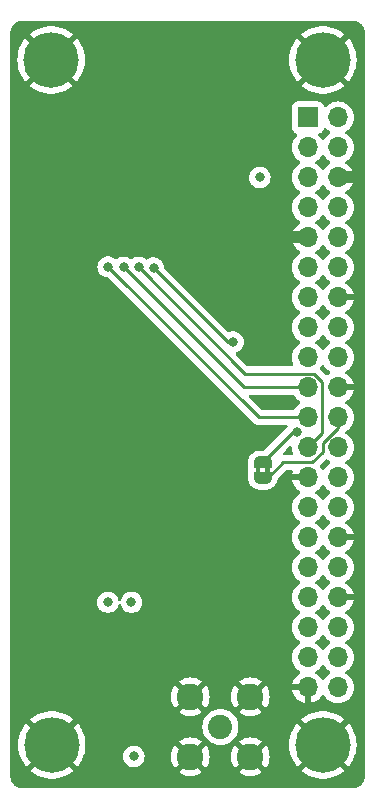
<source format=gbl>
%TF.GenerationSoftware,KiCad,Pcbnew,7.0.6*%
%TF.CreationDate,2024-05-06T19:07:49-07:00*%
%TF.ProjectId,2400_TCXO_RPi,32343030-5f54-4435-984f-5f5250692e6b,1.0*%
%TF.SameCoordinates,Original*%
%TF.FileFunction,Copper,L4,Bot*%
%TF.FilePolarity,Positive*%
%FSLAX46Y46*%
G04 Gerber Fmt 4.6, Leading zero omitted, Abs format (unit mm)*
G04 Created by KiCad (PCBNEW 7.0.6) date 2024-05-06 19:07:49*
%MOMM*%
%LPD*%
G01*
G04 APERTURE LIST*
G04 Aperture macros list*
%AMFreePoly0*
4,1,19,0.000000,0.744911,0.071157,0.744911,0.207708,0.704816,0.327430,0.627875,0.420627,0.520320,0.479746,0.390866,0.500000,0.250000,0.500000,-0.250000,0.479746,-0.390866,0.420627,-0.520320,0.327430,-0.627875,0.207708,-0.704816,0.071157,-0.744911,0.000000,-0.744911,0.000000,-0.750000,-0.500000,-0.750000,-0.500000,0.750000,0.000000,0.750000,0.000000,0.744911,0.000000,0.744911,
$1*%
%AMFreePoly1*
4,1,19,0.500000,-0.750000,0.000000,-0.750000,0.000000,-0.744911,-0.071157,-0.744911,-0.207708,-0.704816,-0.327430,-0.627875,-0.420627,-0.520320,-0.479746,-0.390866,-0.500000,-0.250000,-0.500000,0.250000,-0.479746,0.390866,-0.420627,0.520320,-0.327430,0.627875,-0.207708,0.704816,-0.071157,0.744911,0.000000,0.744911,0.000000,0.750000,0.500000,0.750000,0.500000,-0.750000,0.500000,-0.750000,
$1*%
G04 Aperture macros list end*
%TA.AperFunction,SMDPad,CuDef*%
%ADD10FreePoly0,90.000000*%
%TD*%
%TA.AperFunction,SMDPad,CuDef*%
%ADD11FreePoly1,90.000000*%
%TD*%
%TA.AperFunction,ComponentPad*%
%ADD12C,4.700000*%
%TD*%
%TA.AperFunction,ComponentPad*%
%ADD13C,2.050000*%
%TD*%
%TA.AperFunction,ComponentPad*%
%ADD14C,2.250000*%
%TD*%
%TA.AperFunction,ComponentPad*%
%ADD15R,1.700000X1.700000*%
%TD*%
%TA.AperFunction,ComponentPad*%
%ADD16O,1.700000X1.700000*%
%TD*%
%TA.AperFunction,ViaPad*%
%ADD17C,0.800000*%
%TD*%
%TA.AperFunction,Conductor*%
%ADD18C,0.250000*%
%TD*%
%TA.AperFunction,Conductor*%
%ADD19C,1.000000*%
%TD*%
G04 APERTURE END LIST*
%TA.AperFunction,EtchedComponent*%
%TO.C,JP1*%
G36*
X146220000Y-86480000D02*
G01*
X145820000Y-86480000D01*
X145820000Y-85980000D01*
X146220000Y-85980000D01*
X146220000Y-86480000D01*
G37*
%TD.AperFunction*%
%TA.AperFunction,EtchedComponent*%
G36*
X147020000Y-86480000D02*
G01*
X146620000Y-86480000D01*
X146620000Y-85980000D01*
X147020000Y-85980000D01*
X147020000Y-86480000D01*
G37*
%TD.AperFunction*%
%TD*%
D10*
%TO.P,JP1,2,B*%
%TO.N,TCXO_EN*%
X146420000Y-85580000D03*
D11*
%TO.P,JP1,1,A*%
%TO.N,Net-(J1-Pin_22)*%
X146420000Y-86880000D03*
%TD*%
D12*
%TO.P,H5,1,1*%
%TO.N,GND*%
X128500000Y-51500000D03*
%TD*%
%TO.P,H2,1,1*%
%TO.N,GND*%
X151500000Y-51500000D03*
%TD*%
%TO.P,H4,1,1*%
%TO.N,GND*%
X151500000Y-109500000D03*
%TD*%
%TO.P,H3,1,1*%
%TO.N,GND*%
X128550000Y-109500000D03*
%TD*%
D13*
%TO.P,J4,1,In*%
%TO.N,Net-(J4-In)*%
X142830000Y-107960000D03*
D14*
%TO.P,J4,2,Ext*%
%TO.N,GND*%
X140290000Y-105420000D03*
X140290000Y-110500000D03*
X145370000Y-105420000D03*
X145370000Y-110500000D03*
%TD*%
D15*
%TO.P,J1,1,Pin_1*%
%TO.N,+3V3*%
X150230000Y-56370000D03*
D16*
%TO.P,J1,2,Pin_2*%
%TO.N,5V*%
X152770000Y-56370000D03*
%TO.P,J1,3,Pin_3*%
%TO.N,unconnected-(J1-Pin_3-Pad3)*%
X150230000Y-58910000D03*
%TO.P,J1,4,Pin_4*%
%TO.N,5V*%
X152770000Y-58910000D03*
%TO.P,J1,5,Pin_5*%
%TO.N,unconnected-(J1-Pin_5-Pad5)*%
X150230000Y-61450000D03*
%TO.P,J1,6,Pin_6*%
%TO.N,GND*%
X152770000Y-61450000D03*
%TO.P,J1,7,Pin_7*%
%TO.N,unconnected-(J1-Pin_7-Pad7)*%
X150230000Y-63990000D03*
%TO.P,J1,8,Pin_8*%
%TO.N,TX*%
X152770000Y-63990000D03*
%TO.P,J1,9,Pin_9*%
%TO.N,GND*%
X150230000Y-66530000D03*
%TO.P,J1,10,Pin_10*%
%TO.N,RX*%
X152770000Y-66530000D03*
%TO.P,J1,11,Pin_11*%
%TO.N,unconnected-(J1-Pin_11-Pad11)*%
X150230000Y-69070000D03*
%TO.P,J1,12,Pin_12*%
%TO.N,unconnected-(J1-Pin_12-Pad12)*%
X152770000Y-69070000D03*
%TO.P,J1,13,Pin_13*%
%TO.N,ENAB_RF*%
X150230000Y-71610000D03*
%TO.P,J1,14,Pin_14*%
%TO.N,GND*%
X152770000Y-71610000D03*
%TO.P,J1,15,Pin_15*%
%TO.N,RF_RST*%
X150230000Y-74150000D03*
%TO.P,J1,16,Pin_16*%
%TO.N,RF_TX_EN*%
X152770000Y-74150000D03*
%TO.P,J1,17,Pin_17*%
%TO.N,unconnected-(J1-Pin_17-Pad17)*%
X150230000Y-76690000D03*
%TO.P,J1,18,Pin_18*%
%TO.N,RF_RX_EN*%
X152770000Y-76690000D03*
%TO.P,J1,19,Pin_19*%
%TO.N,MOSI*%
X150230000Y-79230000D03*
%TO.P,J1,20,Pin_20*%
%TO.N,GND*%
X152770000Y-79230000D03*
%TO.P,J1,21,Pin_21*%
%TO.N,MISO*%
X150230000Y-81770000D03*
%TO.P,J1,22,Pin_22*%
%TO.N,Net-(J1-Pin_22)*%
X152770000Y-81770000D03*
%TO.P,J1,23,Pin_23*%
%TO.N,SCLK*%
X150230000Y-84310000D03*
%TO.P,J1,24,Pin_24*%
%TO.N,unconnected-(J1-Pin_24-Pad24)*%
X152770000Y-84310000D03*
%TO.P,J1,25,Pin_25*%
%TO.N,GND*%
X150230000Y-86850000D03*
%TO.P,J1,26,Pin_26*%
%TO.N,unconnected-(J1-Pin_26-Pad26)*%
X152770000Y-86850000D03*
%TO.P,J1,27,Pin_27*%
%TO.N,unconnected-(J1-Pin_27-Pad27)*%
X150230000Y-89390000D03*
%TO.P,J1,28,Pin_28*%
%TO.N,unconnected-(J1-Pin_28-Pad28)*%
X152770000Y-89390000D03*
%TO.P,J1,29,Pin_29*%
%TO.N,RF_CS*%
X150230000Y-91930000D03*
%TO.P,J1,30,Pin_30*%
%TO.N,GND*%
X152770000Y-91930000D03*
%TO.P,J1,31,Pin_31*%
%TO.N,unconnected-(J1-Pin_31-Pad31)*%
X150230000Y-94470000D03*
%TO.P,J1,32,Pin_32*%
%TO.N,unconnected-(J1-Pin_32-Pad32)*%
X152770000Y-94470000D03*
%TO.P,J1,33,Pin_33*%
%TO.N,unconnected-(J1-Pin_33-Pad33)*%
X150230000Y-97010000D03*
%TO.P,J1,34,Pin_34*%
%TO.N,GND*%
X152770000Y-97010000D03*
%TO.P,J1,35,Pin_35*%
%TO.N,RF_IO1*%
X150230000Y-99550000D03*
%TO.P,J1,36,Pin_36*%
%TO.N,unconnected-(J1-Pin_36-Pad36)*%
X152770000Y-99550000D03*
%TO.P,J1,37,Pin_37*%
%TO.N,RF_BUSY*%
X150230000Y-102090000D03*
%TO.P,J1,38,Pin_38*%
%TO.N,RF_IO2*%
X152770000Y-102090000D03*
%TO.P,J1,39,Pin_39*%
%TO.N,GND*%
X150230000Y-104630000D03*
%TO.P,J1,40,Pin_40*%
%TO.N,RF_IO3*%
X152770000Y-104630000D03*
%TD*%
D17*
%TO.N,TCXO_EN*%
X149349500Y-83040000D03*
%TO.N,GND*%
X130440000Y-67430000D03*
X140500000Y-92575000D03*
X140500000Y-91625000D03*
X139625000Y-91625000D03*
X138230000Y-75620000D03*
X144896000Y-97264000D03*
X139625000Y-93525000D03*
X141720000Y-79180000D03*
X144896000Y-100566000D03*
X147875000Y-66525000D03*
X143990000Y-102230000D03*
X135360000Y-58970000D03*
X139625000Y-92575000D03*
X140500000Y-93525000D03*
X138750000Y-91625000D03*
X139308000Y-100820000D03*
X139370000Y-96240000D03*
X141570000Y-102280000D03*
X138750000Y-93525000D03*
X138750000Y-92575000D03*
X129760000Y-83560000D03*
X138750000Y-94500000D03*
X140500000Y-94500000D03*
X139625000Y-94500000D03*
X137276000Y-100820000D03*
%TO.N,5V*%
X135498000Y-110472000D03*
X146166000Y-61450000D03*
%TO.N,RF_TX_EN*%
X133300000Y-97425000D03*
%TO.N,RF_RX_EN*%
X135300000Y-97425000D03*
%TO.N,MOSI*%
X134625000Y-69050000D03*
%TO.N,MISO*%
X133325000Y-69025000D03*
%TO.N,SCLK*%
X135900000Y-69075000D03*
%TO.N,RF_CS*%
X143912299Y-75387701D03*
X137175000Y-69125000D03*
%TD*%
D18*
%TO.N,TCXO_EN*%
X148960000Y-83040000D02*
X149349500Y-83040000D01*
X146420000Y-85580000D02*
X148960000Y-83040000D01*
%TO.N,Net-(J1-Pin_22)*%
X150621701Y-85580000D02*
X148129620Y-85580000D01*
X151500000Y-83918299D02*
X151500000Y-84701701D01*
X148129620Y-85580000D02*
X146829620Y-86880000D01*
X152770000Y-82648299D02*
X151500000Y-83918299D01*
X146829620Y-86880000D02*
X146420000Y-86880000D01*
X152770000Y-81770000D02*
X152770000Y-82648299D01*
X151500000Y-84701701D02*
X150621701Y-85580000D01*
D19*
%TO.N,GND*%
X147875000Y-66525000D02*
X147870000Y-66530000D01*
X152770000Y-61450000D02*
X154500000Y-61450000D01*
X150230000Y-66530000D02*
X147875000Y-66525000D01*
D18*
%TO.N,MOSI*%
X144805000Y-79230000D02*
X150230000Y-79230000D01*
X134625000Y-69050000D02*
X144805000Y-79230000D01*
%TO.N,MISO*%
X146070000Y-81770000D02*
X150230000Y-81770000D01*
X133325000Y-69025000D02*
X146070000Y-81770000D01*
%TO.N,SCLK*%
X135900000Y-69075000D02*
X144880000Y-78055000D01*
X144880000Y-78055000D02*
X150716701Y-78055000D01*
X151425000Y-78763299D02*
X151425000Y-83115000D01*
X151425000Y-83115000D02*
X150230000Y-84310000D01*
X150716701Y-78055000D02*
X151425000Y-78763299D01*
%TO.N,RF_CS*%
X143437701Y-75387701D02*
X143912299Y-75387701D01*
X137175000Y-69125000D02*
X143437701Y-75387701D01*
%TD*%
%TA.AperFunction,Conductor*%
%TO.N,GND*%
G36*
X154052695Y-48170735D02*
G01*
X154095519Y-48174482D01*
X154221771Y-48186918D01*
X154241685Y-48190541D01*
X154308349Y-48208403D01*
X154401570Y-48236682D01*
X154417971Y-48242958D01*
X154485411Y-48274406D01*
X154488375Y-48275888D01*
X154525969Y-48295982D01*
X154572327Y-48320762D01*
X154578667Y-48324657D01*
X154644828Y-48370983D01*
X154648600Y-48373844D01*
X154720808Y-48433103D01*
X154725309Y-48437182D01*
X154782815Y-48494688D01*
X154786895Y-48499190D01*
X154846154Y-48571398D01*
X154849015Y-48575170D01*
X154895341Y-48641331D01*
X154899236Y-48647671D01*
X154944101Y-48731605D01*
X154945614Y-48734631D01*
X154977040Y-48802027D01*
X154983319Y-48818435D01*
X155011601Y-48911669D01*
X155029454Y-48978299D01*
X155033082Y-48998238D01*
X155045523Y-49124554D01*
X155049264Y-49167302D01*
X155049500Y-49172710D01*
X155049500Y-112167289D01*
X155049264Y-112172697D01*
X155045523Y-112215445D01*
X155033082Y-112341760D01*
X155029454Y-112361699D01*
X155011601Y-112428330D01*
X154983318Y-112521563D01*
X154977040Y-112537971D01*
X154945614Y-112605367D01*
X154944101Y-112608393D01*
X154899236Y-112692327D01*
X154895341Y-112698667D01*
X154849015Y-112764828D01*
X154846154Y-112768600D01*
X154786895Y-112840808D01*
X154782806Y-112845320D01*
X154725320Y-112902806D01*
X154720808Y-112906895D01*
X154648600Y-112966154D01*
X154644828Y-112969015D01*
X154578667Y-113015341D01*
X154572327Y-113019236D01*
X154488393Y-113064101D01*
X154485367Y-113065614D01*
X154417971Y-113097040D01*
X154401563Y-113103318D01*
X154308330Y-113131601D01*
X154241699Y-113149454D01*
X154221760Y-113153082D01*
X154095445Y-113165523D01*
X154054789Y-113169080D01*
X154052696Y-113169264D01*
X154047290Y-113169500D01*
X126052710Y-113169500D01*
X126047303Y-113169264D01*
X126045015Y-113169063D01*
X126004554Y-113165523D01*
X125878238Y-113153082D01*
X125858299Y-113149454D01*
X125791669Y-113131601D01*
X125698435Y-113103319D01*
X125682027Y-113097040D01*
X125633433Y-113074381D01*
X125614618Y-113065607D01*
X125611605Y-113064101D01*
X125527671Y-113019236D01*
X125521331Y-113015341D01*
X125455170Y-112969015D01*
X125451398Y-112966154D01*
X125379190Y-112906895D01*
X125374688Y-112902815D01*
X125317182Y-112845309D01*
X125313103Y-112840808D01*
X125253844Y-112768600D01*
X125250983Y-112764828D01*
X125204657Y-112698667D01*
X125200762Y-112692327D01*
X125175982Y-112645969D01*
X125155888Y-112608375D01*
X125154406Y-112605411D01*
X125122958Y-112537971D01*
X125116682Y-112521570D01*
X125088398Y-112428330D01*
X125070541Y-112361685D01*
X125066918Y-112341771D01*
X125054482Y-112215519D01*
X125050735Y-112172695D01*
X125050500Y-112167293D01*
X125050500Y-109500003D01*
X125695170Y-109500003D01*
X125714473Y-109831426D01*
X125714474Y-109831437D01*
X125772118Y-110158351D01*
X125772121Y-110158365D01*
X125867336Y-110476408D01*
X125998827Y-110781236D01*
X125998833Y-110781249D01*
X126164824Y-111068756D01*
X126362358Y-111334088D01*
X127435073Y-110261372D01*
X127511890Y-110371078D01*
X127678922Y-110538110D01*
X127788626Y-110614925D01*
X126719289Y-111684261D01*
X126719290Y-111684262D01*
X126845210Y-111789922D01*
X127122588Y-111972356D01*
X127419252Y-112121347D01*
X127419258Y-112121350D01*
X127731213Y-112234892D01*
X127731234Y-112234899D01*
X128054248Y-112311456D01*
X128054263Y-112311458D01*
X128384012Y-112349999D01*
X128384013Y-112350000D01*
X128715987Y-112350000D01*
X128715987Y-112349999D01*
X129045736Y-112311458D01*
X129045751Y-112311456D01*
X129368765Y-112234899D01*
X129368786Y-112234892D01*
X129680741Y-112121350D01*
X129680747Y-112121347D01*
X129977411Y-111972356D01*
X130254783Y-111789926D01*
X130254785Y-111789925D01*
X130380708Y-111684262D01*
X130380709Y-111684261D01*
X129311373Y-110614925D01*
X129421078Y-110538110D01*
X129588110Y-110371078D01*
X129664925Y-110261373D01*
X130737640Y-111334088D01*
X130935175Y-111068756D01*
X131101166Y-110781249D01*
X131101172Y-110781236D01*
X131232663Y-110476408D01*
X131233983Y-110472000D01*
X134592540Y-110472000D01*
X134612326Y-110660256D01*
X134612327Y-110660259D01*
X134670818Y-110840277D01*
X134670821Y-110840284D01*
X134765467Y-111004216D01*
X134892128Y-111144887D01*
X134892129Y-111144888D01*
X135045265Y-111256148D01*
X135045270Y-111256151D01*
X135218192Y-111333142D01*
X135218197Y-111333144D01*
X135403354Y-111372500D01*
X135403355Y-111372500D01*
X135592644Y-111372500D01*
X135592646Y-111372500D01*
X135777803Y-111333144D01*
X135950730Y-111256151D01*
X136103871Y-111144888D01*
X136230533Y-111004216D01*
X136325179Y-110840284D01*
X136383674Y-110660256D01*
X136400517Y-110500000D01*
X138659975Y-110500000D01*
X138680042Y-110754989D01*
X138739752Y-111003702D01*
X138837634Y-111240012D01*
X138837636Y-111240015D01*
X138971275Y-111458095D01*
X138971286Y-111458110D01*
X138974533Y-111461911D01*
X138974535Y-111461911D01*
X139538766Y-110897679D01*
X139582316Y-110979822D01*
X139702009Y-111120735D01*
X139849195Y-111232623D01*
X139891402Y-111252150D01*
X139328087Y-111815464D01*
X139328087Y-111815465D01*
X139331888Y-111818712D01*
X139331898Y-111818719D01*
X139549984Y-111952363D01*
X139549987Y-111952365D01*
X139786297Y-112050247D01*
X140035011Y-112109957D01*
X140035010Y-112109957D01*
X140290000Y-112130024D01*
X140544989Y-112109957D01*
X140793702Y-112050247D01*
X141030012Y-111952365D01*
X141030015Y-111952363D01*
X141248103Y-111818719D01*
X141251912Y-111815464D01*
X140688609Y-111252161D01*
X140807431Y-111180669D01*
X140941658Y-111053523D01*
X141044861Y-110901308D01*
X141605464Y-111461912D01*
X141608719Y-111458103D01*
X141742363Y-111240015D01*
X141742365Y-111240012D01*
X141840247Y-111003702D01*
X141899957Y-110754989D01*
X141920024Y-110500000D01*
X143739975Y-110500000D01*
X143760042Y-110754989D01*
X143819752Y-111003702D01*
X143917634Y-111240012D01*
X143917636Y-111240015D01*
X144051275Y-111458095D01*
X144051286Y-111458110D01*
X144054533Y-111461911D01*
X144054535Y-111461911D01*
X144618766Y-110897679D01*
X144662316Y-110979822D01*
X144782009Y-111120735D01*
X144929195Y-111232623D01*
X144971402Y-111252150D01*
X144408087Y-111815464D01*
X144408087Y-111815465D01*
X144411888Y-111818712D01*
X144411898Y-111818719D01*
X144629984Y-111952363D01*
X144629987Y-111952365D01*
X144866297Y-112050247D01*
X145115011Y-112109957D01*
X145115010Y-112109957D01*
X145370000Y-112130024D01*
X145624989Y-112109957D01*
X145873702Y-112050247D01*
X146110012Y-111952365D01*
X146110015Y-111952363D01*
X146328103Y-111818719D01*
X146331912Y-111815464D01*
X145768609Y-111252161D01*
X145887431Y-111180669D01*
X146021658Y-111053523D01*
X146124861Y-110901308D01*
X146685464Y-111461912D01*
X146688719Y-111458103D01*
X146822363Y-111240015D01*
X146822365Y-111240012D01*
X146920247Y-111003702D01*
X146979957Y-110754989D01*
X147000024Y-110500000D01*
X146979957Y-110245010D01*
X146920247Y-109996297D01*
X146822365Y-109759987D01*
X146822363Y-109759984D01*
X146688719Y-109541898D01*
X146688712Y-109541888D01*
X146685465Y-109538087D01*
X146685464Y-109538087D01*
X146121232Y-110102318D01*
X146077684Y-110020178D01*
X145957991Y-109879265D01*
X145810805Y-109767377D01*
X145768596Y-109747849D01*
X146016442Y-109500003D01*
X148645170Y-109500003D01*
X148664473Y-109831426D01*
X148664474Y-109831437D01*
X148722118Y-110158351D01*
X148722121Y-110158365D01*
X148817336Y-110476408D01*
X148948827Y-110781236D01*
X148948833Y-110781249D01*
X149114824Y-111068756D01*
X149312358Y-111334088D01*
X150385073Y-110261372D01*
X150461890Y-110371078D01*
X150628922Y-110538110D01*
X150738626Y-110614925D01*
X149669289Y-111684261D01*
X149669290Y-111684262D01*
X149795210Y-111789922D01*
X150072588Y-111972356D01*
X150369252Y-112121347D01*
X150369258Y-112121350D01*
X150681213Y-112234892D01*
X150681234Y-112234899D01*
X151004248Y-112311456D01*
X151004263Y-112311458D01*
X151334012Y-112349999D01*
X151334013Y-112350000D01*
X151665987Y-112350000D01*
X151665987Y-112349999D01*
X151995736Y-112311458D01*
X151995751Y-112311456D01*
X152318765Y-112234899D01*
X152318786Y-112234892D01*
X152630741Y-112121350D01*
X152630747Y-112121347D01*
X152927411Y-111972356D01*
X153204783Y-111789926D01*
X153204785Y-111789925D01*
X153330708Y-111684262D01*
X153330709Y-111684261D01*
X152261373Y-110614925D01*
X152371078Y-110538110D01*
X152538110Y-110371078D01*
X152614926Y-110261373D01*
X153687640Y-111334088D01*
X153885175Y-111068756D01*
X154051166Y-110781249D01*
X154051172Y-110781236D01*
X154182663Y-110476408D01*
X154277878Y-110158365D01*
X154277881Y-110158351D01*
X154335525Y-109831437D01*
X154335526Y-109831426D01*
X154354830Y-109500003D01*
X154354830Y-109499996D01*
X154335526Y-109168573D01*
X154335525Y-109168562D01*
X154277881Y-108841648D01*
X154277878Y-108841634D01*
X154182663Y-108523591D01*
X154051172Y-108218763D01*
X154051166Y-108218750D01*
X153885175Y-107931243D01*
X153687640Y-107665910D01*
X152614925Y-108738625D01*
X152538110Y-108628922D01*
X152371078Y-108461890D01*
X152261372Y-108385073D01*
X153330709Y-107315737D01*
X153330708Y-107315736D01*
X153204789Y-107210077D01*
X152927411Y-107027643D01*
X152630747Y-106878652D01*
X152630741Y-106878649D01*
X152318786Y-106765107D01*
X152318765Y-106765100D01*
X151995751Y-106688543D01*
X151995736Y-106688541D01*
X151665987Y-106650000D01*
X151334013Y-106650000D01*
X151004263Y-106688541D01*
X151004248Y-106688543D01*
X150681234Y-106765100D01*
X150681213Y-106765107D01*
X150369258Y-106878649D01*
X150369252Y-106878652D01*
X150072588Y-107027643D01*
X149795215Y-107210074D01*
X149669289Y-107315736D01*
X149669289Y-107315737D01*
X150738625Y-108385074D01*
X150628922Y-108461890D01*
X150461890Y-108628922D01*
X150385074Y-108738625D01*
X149312357Y-107665910D01*
X149114827Y-107931239D01*
X148948833Y-108218750D01*
X148948827Y-108218763D01*
X148817336Y-108523591D01*
X148722121Y-108841634D01*
X148722118Y-108841648D01*
X148664474Y-109168562D01*
X148664473Y-109168573D01*
X148645170Y-109499996D01*
X148645170Y-109500003D01*
X146016442Y-109500003D01*
X146331911Y-109184535D01*
X146331911Y-109184533D01*
X146328110Y-109181286D01*
X146328095Y-109181275D01*
X146110015Y-109047636D01*
X146110012Y-109047634D01*
X145873702Y-108949752D01*
X145624988Y-108890042D01*
X145624989Y-108890042D01*
X145370000Y-108869975D01*
X145115010Y-108890042D01*
X144866297Y-108949752D01*
X144629987Y-109047634D01*
X144629984Y-109047636D01*
X144411897Y-109181280D01*
X144408087Y-109184534D01*
X144971390Y-109747838D01*
X144852569Y-109819331D01*
X144718342Y-109946477D01*
X144615139Y-110098690D01*
X144054534Y-109538087D01*
X144051280Y-109541897D01*
X143917636Y-109759984D01*
X143917634Y-109759987D01*
X143819752Y-109996297D01*
X143760042Y-110245010D01*
X143739975Y-110500000D01*
X141920024Y-110500000D01*
X141899957Y-110245010D01*
X141840247Y-109996297D01*
X141742365Y-109759987D01*
X141742363Y-109759984D01*
X141608719Y-109541898D01*
X141608712Y-109541888D01*
X141605465Y-109538087D01*
X141605464Y-109538087D01*
X141041232Y-110102319D01*
X140997684Y-110020178D01*
X140877991Y-109879265D01*
X140730805Y-109767377D01*
X140688597Y-109747849D01*
X141251911Y-109184535D01*
X141251911Y-109184533D01*
X141248110Y-109181286D01*
X141248095Y-109181275D01*
X141030015Y-109047636D01*
X141030012Y-109047634D01*
X140793702Y-108949752D01*
X140544988Y-108890042D01*
X140544989Y-108890042D01*
X140290000Y-108869975D01*
X140035010Y-108890042D01*
X139786297Y-108949752D01*
X139549987Y-109047634D01*
X139549984Y-109047636D01*
X139331897Y-109181280D01*
X139328087Y-109184534D01*
X139891390Y-109747837D01*
X139772569Y-109819331D01*
X139638342Y-109946477D01*
X139535138Y-110098691D01*
X138974534Y-109538087D01*
X138971280Y-109541897D01*
X138837636Y-109759984D01*
X138837634Y-109759987D01*
X138739752Y-109996297D01*
X138680042Y-110245010D01*
X138659975Y-110500000D01*
X136400517Y-110500000D01*
X136403460Y-110472000D01*
X136383674Y-110283744D01*
X136325179Y-110103716D01*
X136230533Y-109939784D01*
X136103871Y-109799112D01*
X136103870Y-109799111D01*
X135950734Y-109687851D01*
X135950729Y-109687848D01*
X135777807Y-109610857D01*
X135777802Y-109610855D01*
X135632001Y-109579865D01*
X135592646Y-109571500D01*
X135403354Y-109571500D01*
X135370897Y-109578398D01*
X135218197Y-109610855D01*
X135218192Y-109610857D01*
X135045270Y-109687848D01*
X135045265Y-109687851D01*
X134892129Y-109799111D01*
X134765466Y-109939785D01*
X134670821Y-110103715D01*
X134670818Y-110103722D01*
X134616382Y-110271260D01*
X134612326Y-110283744D01*
X134592540Y-110472000D01*
X131233983Y-110472000D01*
X131327878Y-110158365D01*
X131327881Y-110158351D01*
X131385525Y-109831437D01*
X131385526Y-109831426D01*
X131404830Y-109500003D01*
X131404830Y-109499996D01*
X131385526Y-109168573D01*
X131385525Y-109168562D01*
X131327881Y-108841648D01*
X131327878Y-108841634D01*
X131232663Y-108523591D01*
X131101172Y-108218763D01*
X131101166Y-108218750D01*
X130951778Y-107960000D01*
X141299783Y-107960000D01*
X141318623Y-108199382D01*
X141374674Y-108432853D01*
X141374678Y-108432865D01*
X141466565Y-108654702D01*
X141569343Y-108822421D01*
X141592028Y-108859439D01*
X141747973Y-109042027D01*
X141930561Y-109197972D01*
X141930563Y-109197973D01*
X142135297Y-109323434D01*
X142232047Y-109363508D01*
X142357137Y-109415323D01*
X142590621Y-109471377D01*
X142830000Y-109490217D01*
X143069379Y-109471377D01*
X143302863Y-109415323D01*
X143524704Y-109323433D01*
X143729439Y-109197972D01*
X143912027Y-109042027D01*
X144067972Y-108859439D01*
X144193433Y-108654704D01*
X144285323Y-108432863D01*
X144341377Y-108199379D01*
X144360217Y-107960000D01*
X144341377Y-107720621D01*
X144285323Y-107487137D01*
X144233508Y-107362047D01*
X144193434Y-107265297D01*
X144067973Y-107060563D01*
X144067972Y-107060561D01*
X143912027Y-106877973D01*
X143729439Y-106722028D01*
X143729436Y-106722026D01*
X143524702Y-106596565D01*
X143302865Y-106504678D01*
X143302867Y-106504678D01*
X143302863Y-106504677D01*
X143302859Y-106504676D01*
X143302853Y-106504674D01*
X143069382Y-106448623D01*
X142830000Y-106429783D01*
X142590617Y-106448623D01*
X142357146Y-106504674D01*
X142357134Y-106504678D01*
X142135297Y-106596565D01*
X141930563Y-106722026D01*
X141747973Y-106877973D01*
X141592026Y-107060563D01*
X141466565Y-107265297D01*
X141374678Y-107487134D01*
X141374674Y-107487146D01*
X141318623Y-107720617D01*
X141299783Y-107960000D01*
X130951778Y-107960000D01*
X130935175Y-107931243D01*
X130737640Y-107665910D01*
X129664925Y-108738625D01*
X129588110Y-108628922D01*
X129421078Y-108461890D01*
X129311373Y-108385073D01*
X130380709Y-107315737D01*
X130380708Y-107315736D01*
X130254789Y-107210077D01*
X129977411Y-107027643D01*
X129680747Y-106878652D01*
X129680741Y-106878649D01*
X129368786Y-106765107D01*
X129368765Y-106765100D01*
X129045751Y-106688543D01*
X129045736Y-106688541D01*
X128715987Y-106650000D01*
X128384013Y-106650000D01*
X128054263Y-106688541D01*
X128054248Y-106688543D01*
X127731234Y-106765100D01*
X127731213Y-106765107D01*
X127419258Y-106878649D01*
X127419252Y-106878652D01*
X127122588Y-107027643D01*
X126845215Y-107210074D01*
X126719289Y-107315736D01*
X127788626Y-108385073D01*
X127678922Y-108461890D01*
X127511890Y-108628922D01*
X127435073Y-108738626D01*
X126362357Y-107665910D01*
X126164827Y-107931239D01*
X125998833Y-108218750D01*
X125998827Y-108218763D01*
X125867336Y-108523591D01*
X125772121Y-108841634D01*
X125772118Y-108841648D01*
X125714474Y-109168562D01*
X125714473Y-109168573D01*
X125695170Y-109499996D01*
X125695170Y-109500003D01*
X125050500Y-109500003D01*
X125050500Y-105420000D01*
X138659975Y-105420000D01*
X138680042Y-105674989D01*
X138739752Y-105923702D01*
X138837634Y-106160012D01*
X138837636Y-106160015D01*
X138971275Y-106378095D01*
X138971286Y-106378110D01*
X138974533Y-106381911D01*
X138974535Y-106381911D01*
X139538766Y-105817679D01*
X139582316Y-105899822D01*
X139702009Y-106040735D01*
X139849195Y-106152623D01*
X139891402Y-106172150D01*
X139328087Y-106735464D01*
X139328087Y-106735465D01*
X139331888Y-106738712D01*
X139331898Y-106738719D01*
X139549984Y-106872363D01*
X139549987Y-106872365D01*
X139786297Y-106970247D01*
X140035011Y-107029957D01*
X140035010Y-107029957D01*
X140290000Y-107050024D01*
X140544989Y-107029957D01*
X140793702Y-106970247D01*
X141030012Y-106872365D01*
X141030015Y-106872363D01*
X141248103Y-106738719D01*
X141251912Y-106735464D01*
X140688609Y-106172161D01*
X140807431Y-106100669D01*
X140941658Y-105973523D01*
X141044861Y-105821308D01*
X141605464Y-106381912D01*
X141608719Y-106378103D01*
X141742363Y-106160015D01*
X141742365Y-106160012D01*
X141840247Y-105923702D01*
X141899957Y-105674989D01*
X141920024Y-105420000D01*
X143739975Y-105420000D01*
X143760042Y-105674989D01*
X143819752Y-105923702D01*
X143917634Y-106160012D01*
X143917636Y-106160015D01*
X144051275Y-106378095D01*
X144051286Y-106378110D01*
X144054533Y-106381911D01*
X144054535Y-106381911D01*
X144618766Y-105817679D01*
X144662316Y-105899822D01*
X144782009Y-106040735D01*
X144929195Y-106152623D01*
X144971402Y-106172150D01*
X144408087Y-106735464D01*
X144408087Y-106735465D01*
X144411888Y-106738712D01*
X144411898Y-106738719D01*
X144629984Y-106872363D01*
X144629987Y-106872365D01*
X144866297Y-106970247D01*
X145115011Y-107029957D01*
X145115010Y-107029957D01*
X145370000Y-107050024D01*
X145624989Y-107029957D01*
X145873702Y-106970247D01*
X146110012Y-106872365D01*
X146110015Y-106872363D01*
X146328103Y-106738719D01*
X146331912Y-106735464D01*
X145768609Y-106172161D01*
X145887431Y-106100669D01*
X146021658Y-105973523D01*
X146124861Y-105821308D01*
X146685464Y-106381912D01*
X146688719Y-106378103D01*
X146822363Y-106160015D01*
X146822365Y-106160012D01*
X146920247Y-105923702D01*
X146979957Y-105674989D01*
X147000024Y-105420000D01*
X146979957Y-105165010D01*
X146920247Y-104916297D01*
X146822365Y-104679987D01*
X146822363Y-104679984D01*
X146688719Y-104461898D01*
X146688712Y-104461888D01*
X146685465Y-104458087D01*
X146685464Y-104458087D01*
X146121232Y-105022318D01*
X146077684Y-104940178D01*
X145957991Y-104799265D01*
X145810805Y-104687377D01*
X145768597Y-104667849D01*
X146331911Y-104104535D01*
X146331911Y-104104533D01*
X146328110Y-104101286D01*
X146328095Y-104101275D01*
X146110015Y-103967636D01*
X146110012Y-103967634D01*
X145873702Y-103869752D01*
X145624988Y-103810042D01*
X145624989Y-103810042D01*
X145370000Y-103789975D01*
X145115010Y-103810042D01*
X144866297Y-103869752D01*
X144629987Y-103967634D01*
X144629984Y-103967636D01*
X144411897Y-104101280D01*
X144408087Y-104104534D01*
X144971390Y-104667837D01*
X144852569Y-104739331D01*
X144718342Y-104866477D01*
X144615138Y-105018691D01*
X144054534Y-104458087D01*
X144051280Y-104461897D01*
X143917636Y-104679984D01*
X143917634Y-104679987D01*
X143819752Y-104916297D01*
X143760042Y-105165010D01*
X143739975Y-105420000D01*
X141920024Y-105420000D01*
X141899957Y-105165010D01*
X141840247Y-104916297D01*
X141742365Y-104679987D01*
X141742363Y-104679984D01*
X141608719Y-104461898D01*
X141608712Y-104461888D01*
X141605465Y-104458087D01*
X141605464Y-104458087D01*
X141041232Y-105022318D01*
X140997684Y-104940178D01*
X140877991Y-104799265D01*
X140730805Y-104687377D01*
X140688597Y-104667849D01*
X141251911Y-104104535D01*
X141251911Y-104104533D01*
X141248110Y-104101286D01*
X141248095Y-104101275D01*
X141030015Y-103967636D01*
X141030012Y-103967634D01*
X140793702Y-103869752D01*
X140544988Y-103810042D01*
X140544989Y-103810042D01*
X140290000Y-103789975D01*
X140035010Y-103810042D01*
X139786297Y-103869752D01*
X139549987Y-103967634D01*
X139549984Y-103967636D01*
X139331897Y-104101280D01*
X139328087Y-104104534D01*
X139891390Y-104667837D01*
X139772569Y-104739331D01*
X139638342Y-104866477D01*
X139535138Y-105018691D01*
X138974534Y-104458087D01*
X138971280Y-104461897D01*
X138837636Y-104679984D01*
X138837634Y-104679987D01*
X138739752Y-104916297D01*
X138680042Y-105165010D01*
X138659975Y-105420000D01*
X125050500Y-105420000D01*
X125050500Y-97425000D01*
X132394540Y-97425000D01*
X132414326Y-97613256D01*
X132414327Y-97613259D01*
X132472818Y-97793277D01*
X132472821Y-97793284D01*
X132567467Y-97957216D01*
X132649655Y-98048495D01*
X132694129Y-98097888D01*
X132847265Y-98209148D01*
X132847270Y-98209151D01*
X133020192Y-98286142D01*
X133020197Y-98286144D01*
X133205354Y-98325500D01*
X133205355Y-98325500D01*
X133394644Y-98325500D01*
X133394646Y-98325500D01*
X133579803Y-98286144D01*
X133752730Y-98209151D01*
X133905871Y-98097888D01*
X134032533Y-97957216D01*
X134127179Y-97793284D01*
X134182068Y-97624351D01*
X134221506Y-97566675D01*
X134285865Y-97539477D01*
X134354711Y-97551392D01*
X134406187Y-97598636D01*
X134417931Y-97624351D01*
X134472818Y-97793277D01*
X134472821Y-97793284D01*
X134567467Y-97957216D01*
X134649655Y-98048495D01*
X134694129Y-98097888D01*
X134847265Y-98209148D01*
X134847270Y-98209151D01*
X135020192Y-98286142D01*
X135020197Y-98286144D01*
X135205354Y-98325500D01*
X135205355Y-98325500D01*
X135394644Y-98325500D01*
X135394646Y-98325500D01*
X135579803Y-98286144D01*
X135752730Y-98209151D01*
X135905871Y-98097888D01*
X136032533Y-97957216D01*
X136127179Y-97793284D01*
X136185674Y-97613256D01*
X136205460Y-97425000D01*
X136185674Y-97236744D01*
X136127179Y-97056716D01*
X136032533Y-96892784D01*
X135905871Y-96752112D01*
X135905870Y-96752111D01*
X135752734Y-96640851D01*
X135752729Y-96640848D01*
X135579807Y-96563857D01*
X135579802Y-96563855D01*
X135434001Y-96532865D01*
X135394646Y-96524500D01*
X135205354Y-96524500D01*
X135172897Y-96531398D01*
X135020197Y-96563855D01*
X135020192Y-96563857D01*
X134847270Y-96640848D01*
X134847265Y-96640851D01*
X134694129Y-96752111D01*
X134567466Y-96892785D01*
X134472821Y-97056715D01*
X134472818Y-97056722D01*
X134417931Y-97225648D01*
X134378493Y-97283324D01*
X134314135Y-97310522D01*
X134245288Y-97298607D01*
X134193813Y-97251363D01*
X134182069Y-97225648D01*
X134127181Y-97056722D01*
X134127180Y-97056721D01*
X134127179Y-97056716D01*
X134032533Y-96892784D01*
X133905871Y-96752112D01*
X133905870Y-96752111D01*
X133752734Y-96640851D01*
X133752729Y-96640848D01*
X133579807Y-96563857D01*
X133579802Y-96563855D01*
X133434001Y-96532865D01*
X133394646Y-96524500D01*
X133205354Y-96524500D01*
X133172897Y-96531398D01*
X133020197Y-96563855D01*
X133020192Y-96563857D01*
X132847270Y-96640848D01*
X132847265Y-96640851D01*
X132694129Y-96752111D01*
X132567466Y-96892785D01*
X132472821Y-97056715D01*
X132472818Y-97056722D01*
X132419817Y-97219844D01*
X132414326Y-97236744D01*
X132394540Y-97425000D01*
X125050500Y-97425000D01*
X125050500Y-69025000D01*
X132419540Y-69025000D01*
X132439326Y-69213256D01*
X132439327Y-69213259D01*
X132497818Y-69393277D01*
X132497821Y-69393284D01*
X132592467Y-69557216D01*
X132719128Y-69697888D01*
X132719129Y-69697888D01*
X132872265Y-69809148D01*
X132872270Y-69809151D01*
X133045192Y-69886142D01*
X133045197Y-69886144D01*
X133230354Y-69925500D01*
X133289548Y-69925500D01*
X133356587Y-69945185D01*
X133377228Y-69961818D01*
X139475998Y-76060589D01*
X145569197Y-82153788D01*
X145579022Y-82166051D01*
X145579243Y-82165869D01*
X145584214Y-82171878D01*
X145610217Y-82196295D01*
X145634635Y-82219226D01*
X145655529Y-82240120D01*
X145661011Y-82244373D01*
X145665443Y-82248157D01*
X145699418Y-82280062D01*
X145716976Y-82289714D01*
X145733233Y-82300393D01*
X145749064Y-82312673D01*
X145768737Y-82321186D01*
X145791833Y-82331182D01*
X145797077Y-82333750D01*
X145837908Y-82356197D01*
X145850523Y-82359435D01*
X145857305Y-82361177D01*
X145875719Y-82367481D01*
X145894104Y-82375438D01*
X145940157Y-82382732D01*
X145945826Y-82383906D01*
X145990981Y-82395500D01*
X146011016Y-82395500D01*
X146030413Y-82397026D01*
X146050196Y-82400160D01*
X146096583Y-82395775D01*
X146102422Y-82395500D01*
X148417867Y-82395500D01*
X148484906Y-82415185D01*
X148530661Y-82467989D01*
X148540605Y-82537147D01*
X148513405Y-82598547D01*
X148498707Y-82616312D01*
X148494776Y-82620631D01*
X146577375Y-84538034D01*
X146516052Y-84571519D01*
X146489694Y-84574353D01*
X146154444Y-84574353D01*
X146154397Y-84574358D01*
X146098038Y-84574358D01*
X145964499Y-84593558D01*
X145955722Y-84594819D01*
X145817631Y-84635367D01*
X145817618Y-84635372D01*
X145686856Y-84695089D01*
X145686833Y-84695102D01*
X145565783Y-84772896D01*
X145565762Y-84772911D01*
X145480063Y-84847171D01*
X145457113Y-84867057D01*
X145457110Y-84867060D01*
X145362861Y-84975830D01*
X145362859Y-84975832D01*
X145362859Y-84975833D01*
X145362857Y-84975836D01*
X145285131Y-85096778D01*
X145285129Y-85096784D01*
X145225342Y-85227700D01*
X145184834Y-85365656D01*
X145184834Y-85365658D01*
X145164353Y-85508110D01*
X145164353Y-86080000D01*
X145169499Y-86151960D01*
X145169500Y-86151965D01*
X145180454Y-86189270D01*
X145184215Y-86241850D01*
X145164353Y-86379999D01*
X145164353Y-86951889D01*
X145184834Y-87094341D01*
X145184834Y-87094343D01*
X145184835Y-87094345D01*
X145225342Y-87232300D01*
X145279094Y-87350000D01*
X145285129Y-87363215D01*
X145285129Y-87363217D01*
X145362860Y-87484169D01*
X145457108Y-87592939D01*
X145457110Y-87592941D01*
X145565762Y-87687088D01*
X145565771Y-87687094D01*
X145565774Y-87687097D01*
X145565779Y-87687100D01*
X145565783Y-87687103D01*
X145686833Y-87764897D01*
X145686856Y-87764910D01*
X145818028Y-87824814D01*
X145819737Y-87825250D01*
X145955723Y-87865180D01*
X145955724Y-87865180D01*
X145955727Y-87865181D01*
X145998162Y-87871281D01*
X146098038Y-87885642D01*
X146154397Y-87885642D01*
X146154414Y-87885647D01*
X146205764Y-87885647D01*
X146685556Y-87885647D01*
X146685603Y-87885642D01*
X146741961Y-87885642D01*
X146741962Y-87885642D01*
X146856491Y-87869175D01*
X146875501Y-87866442D01*
X146884277Y-87865180D01*
X146884278Y-87865180D01*
X147022370Y-87824632D01*
X147022381Y-87824627D01*
X147153143Y-87764910D01*
X147153147Y-87764907D01*
X147153155Y-87764904D01*
X147274226Y-87687097D01*
X147274233Y-87687090D01*
X147274237Y-87687088D01*
X147382887Y-87592943D01*
X147382890Y-87592940D01*
X147477139Y-87484170D01*
X147554871Y-87363216D01*
X147614658Y-87232300D01*
X147655165Y-87094345D01*
X147675370Y-86953814D01*
X147704393Y-86890261D01*
X147710411Y-86883797D01*
X148352390Y-86241819D01*
X148413714Y-86208334D01*
X148440072Y-86205500D01*
X148846334Y-86205500D01*
X148913373Y-86225185D01*
X148959128Y-86277989D01*
X148969072Y-86347147D01*
X148958716Y-86381904D01*
X148956571Y-86386502D01*
X148956567Y-86386513D01*
X148899364Y-86599999D01*
X148899364Y-86600000D01*
X149796314Y-86600000D01*
X149770507Y-86640156D01*
X149730000Y-86778111D01*
X149730000Y-86921889D01*
X149770507Y-87059844D01*
X149796314Y-87100000D01*
X148899364Y-87100000D01*
X148956567Y-87313486D01*
X148956570Y-87313492D01*
X149056399Y-87527578D01*
X149191894Y-87721082D01*
X149358917Y-87888105D01*
X149544595Y-88018119D01*
X149588219Y-88072696D01*
X149595412Y-88142195D01*
X149563890Y-88204549D01*
X149544595Y-88221269D01*
X149358594Y-88351508D01*
X149191505Y-88518597D01*
X149055965Y-88712169D01*
X149055964Y-88712171D01*
X148956098Y-88926335D01*
X148956094Y-88926344D01*
X148894938Y-89154586D01*
X148894936Y-89154596D01*
X148874341Y-89389999D01*
X148874341Y-89390000D01*
X148894936Y-89625403D01*
X148894938Y-89625413D01*
X148956094Y-89853655D01*
X148956096Y-89853659D01*
X148956097Y-89853663D01*
X148960000Y-89862032D01*
X149055965Y-90067830D01*
X149055967Y-90067834D01*
X149164281Y-90222521D01*
X149191504Y-90261400D01*
X149191506Y-90261402D01*
X149358597Y-90428493D01*
X149358603Y-90428498D01*
X149544158Y-90558425D01*
X149587783Y-90613002D01*
X149594977Y-90682500D01*
X149563454Y-90744855D01*
X149544158Y-90761575D01*
X149358597Y-90891505D01*
X149191505Y-91058597D01*
X149055965Y-91252169D01*
X149055964Y-91252171D01*
X148956098Y-91466335D01*
X148956094Y-91466344D01*
X148894938Y-91694586D01*
X148894936Y-91694596D01*
X148874341Y-91929999D01*
X148874341Y-91930000D01*
X148894936Y-92165403D01*
X148894938Y-92165413D01*
X148956094Y-92393655D01*
X148956096Y-92393659D01*
X148956097Y-92393663D01*
X149039155Y-92571781D01*
X149055965Y-92607830D01*
X149055967Y-92607834D01*
X149164281Y-92762521D01*
X149191501Y-92801396D01*
X149191506Y-92801402D01*
X149358597Y-92968493D01*
X149358603Y-92968498D01*
X149544158Y-93098425D01*
X149587783Y-93153002D01*
X149594977Y-93222500D01*
X149563454Y-93284855D01*
X149544158Y-93301575D01*
X149358597Y-93431505D01*
X149191505Y-93598597D01*
X149055965Y-93792169D01*
X149055964Y-93792171D01*
X148956098Y-94006335D01*
X148956094Y-94006344D01*
X148894938Y-94234586D01*
X148894936Y-94234596D01*
X148874341Y-94469999D01*
X148874341Y-94470000D01*
X148894936Y-94705403D01*
X148894938Y-94705413D01*
X148956094Y-94933655D01*
X148956096Y-94933659D01*
X148956097Y-94933663D01*
X148960000Y-94942032D01*
X149055965Y-95147830D01*
X149055967Y-95147834D01*
X149164281Y-95302521D01*
X149191501Y-95341396D01*
X149191506Y-95341402D01*
X149358597Y-95508493D01*
X149358603Y-95508498D01*
X149544158Y-95638425D01*
X149587783Y-95693002D01*
X149594977Y-95762500D01*
X149563454Y-95824855D01*
X149544158Y-95841575D01*
X149358597Y-95971505D01*
X149191505Y-96138597D01*
X149055965Y-96332169D01*
X149055964Y-96332171D01*
X148956098Y-96546335D01*
X148956094Y-96546344D01*
X148894938Y-96774586D01*
X148894936Y-96774596D01*
X148874341Y-97009999D01*
X148874341Y-97010000D01*
X148894936Y-97245403D01*
X148894938Y-97245413D01*
X148956094Y-97473655D01*
X148956096Y-97473659D01*
X148956097Y-97473663D01*
X149039155Y-97651781D01*
X149055965Y-97687830D01*
X149055967Y-97687834D01*
X149164281Y-97842521D01*
X149191501Y-97881396D01*
X149191506Y-97881402D01*
X149358597Y-98048493D01*
X149358603Y-98048498D01*
X149544158Y-98178425D01*
X149587783Y-98233002D01*
X149594977Y-98302500D01*
X149563454Y-98364855D01*
X149544158Y-98381575D01*
X149358597Y-98511505D01*
X149191505Y-98678597D01*
X149055965Y-98872169D01*
X149055964Y-98872171D01*
X148956098Y-99086335D01*
X148956094Y-99086344D01*
X148894938Y-99314586D01*
X148894936Y-99314596D01*
X148874341Y-99549999D01*
X148874341Y-99550000D01*
X148894936Y-99785403D01*
X148894938Y-99785413D01*
X148956094Y-100013655D01*
X148956096Y-100013659D01*
X148956097Y-100013663D01*
X148960000Y-100022032D01*
X149055965Y-100227830D01*
X149055967Y-100227834D01*
X149164281Y-100382521D01*
X149191501Y-100421396D01*
X149191506Y-100421402D01*
X149358597Y-100588493D01*
X149358603Y-100588498D01*
X149544158Y-100718425D01*
X149587783Y-100773002D01*
X149594977Y-100842500D01*
X149563454Y-100904855D01*
X149544158Y-100921575D01*
X149358597Y-101051505D01*
X149191505Y-101218597D01*
X149055965Y-101412169D01*
X149055964Y-101412171D01*
X148956098Y-101626335D01*
X148956094Y-101626344D01*
X148894938Y-101854586D01*
X148894936Y-101854596D01*
X148874341Y-102089999D01*
X148874341Y-102090000D01*
X148894936Y-102325403D01*
X148894938Y-102325413D01*
X148956094Y-102553655D01*
X148956096Y-102553659D01*
X148956097Y-102553663D01*
X148960000Y-102562032D01*
X149055965Y-102767830D01*
X149055967Y-102767834D01*
X149164281Y-102922521D01*
X149191501Y-102961396D01*
X149191506Y-102961402D01*
X149358597Y-103128493D01*
X149358603Y-103128498D01*
X149544594Y-103258730D01*
X149588219Y-103313307D01*
X149595413Y-103382805D01*
X149563890Y-103445160D01*
X149544595Y-103461880D01*
X149358922Y-103591890D01*
X149358920Y-103591891D01*
X149191891Y-103758920D01*
X149191886Y-103758926D01*
X149056400Y-103952420D01*
X149056399Y-103952422D01*
X148956570Y-104166507D01*
X148956567Y-104166513D01*
X148899364Y-104379999D01*
X148899364Y-104380000D01*
X149796314Y-104380000D01*
X149770507Y-104420156D01*
X149730000Y-104558111D01*
X149730000Y-104701889D01*
X149770507Y-104839844D01*
X149796314Y-104880000D01*
X148899364Y-104880000D01*
X148956567Y-105093486D01*
X148956570Y-105093492D01*
X149056399Y-105307578D01*
X149191894Y-105501082D01*
X149358917Y-105668105D01*
X149552421Y-105803600D01*
X149766507Y-105903429D01*
X149766516Y-105903433D01*
X149980000Y-105960634D01*
X149980000Y-105065501D01*
X150087685Y-105114680D01*
X150194237Y-105130000D01*
X150265763Y-105130000D01*
X150372315Y-105114680D01*
X150480000Y-105065501D01*
X150480000Y-105960633D01*
X150693483Y-105903433D01*
X150693492Y-105903429D01*
X150907578Y-105803600D01*
X151101082Y-105668105D01*
X151268105Y-105501082D01*
X151398119Y-105315405D01*
X151452696Y-105271781D01*
X151522195Y-105264588D01*
X151584549Y-105296110D01*
X151601269Y-105315405D01*
X151731505Y-105501401D01*
X151898599Y-105668495D01*
X151995384Y-105736265D01*
X152092165Y-105804032D01*
X152092167Y-105804033D01*
X152092170Y-105804035D01*
X152306337Y-105903903D01*
X152534592Y-105965063D01*
X152722918Y-105981539D01*
X152769999Y-105985659D01*
X152770000Y-105985659D01*
X152770001Y-105985659D01*
X152809234Y-105982226D01*
X153005408Y-105965063D01*
X153233663Y-105903903D01*
X153447830Y-105804035D01*
X153641401Y-105668495D01*
X153808495Y-105501401D01*
X153944035Y-105307830D01*
X154043903Y-105093663D01*
X154105063Y-104865408D01*
X154125659Y-104630000D01*
X154105063Y-104394592D01*
X154043903Y-104166337D01*
X153944035Y-103952171D01*
X153938731Y-103944595D01*
X153808494Y-103758597D01*
X153641402Y-103591506D01*
X153641396Y-103591501D01*
X153455842Y-103461575D01*
X153412217Y-103406998D01*
X153405023Y-103337500D01*
X153436546Y-103275145D01*
X153455842Y-103258425D01*
X153478026Y-103242891D01*
X153641401Y-103128495D01*
X153808495Y-102961401D01*
X153944035Y-102767830D01*
X154043903Y-102553663D01*
X154105063Y-102325408D01*
X154125659Y-102090000D01*
X154105063Y-101854592D01*
X154043903Y-101626337D01*
X153944035Y-101412171D01*
X153938425Y-101404158D01*
X153808494Y-101218597D01*
X153641402Y-101051506D01*
X153641396Y-101051501D01*
X153455842Y-100921575D01*
X153412217Y-100866998D01*
X153405023Y-100797500D01*
X153436546Y-100735145D01*
X153455842Y-100718425D01*
X153478026Y-100702891D01*
X153641401Y-100588495D01*
X153808495Y-100421401D01*
X153944035Y-100227830D01*
X154043903Y-100013663D01*
X154105063Y-99785408D01*
X154125659Y-99550000D01*
X154105063Y-99314592D01*
X154043903Y-99086337D01*
X153944035Y-98872171D01*
X153938425Y-98864158D01*
X153808494Y-98678597D01*
X153641402Y-98511506D01*
X153641401Y-98511505D01*
X153455405Y-98381269D01*
X153411781Y-98326692D01*
X153404588Y-98257193D01*
X153436110Y-98194839D01*
X153455405Y-98178119D01*
X153641082Y-98048105D01*
X153808105Y-97881082D01*
X153943600Y-97687578D01*
X154043429Y-97473492D01*
X154043432Y-97473486D01*
X154100636Y-97260000D01*
X153203686Y-97260000D01*
X153229493Y-97219844D01*
X153270000Y-97081889D01*
X153270000Y-96938111D01*
X153229493Y-96800156D01*
X153203686Y-96760000D01*
X154100636Y-96760000D01*
X154100635Y-96759999D01*
X154043432Y-96546513D01*
X154043429Y-96546507D01*
X153943600Y-96332422D01*
X153943599Y-96332420D01*
X153808113Y-96138926D01*
X153808108Y-96138920D01*
X153641078Y-95971890D01*
X153455405Y-95841879D01*
X153411780Y-95787302D01*
X153404588Y-95717804D01*
X153436110Y-95655449D01*
X153455406Y-95638730D01*
X153455842Y-95638425D01*
X153641401Y-95508495D01*
X153808495Y-95341401D01*
X153944035Y-95147830D01*
X154043903Y-94933663D01*
X154105063Y-94705408D01*
X154125659Y-94470000D01*
X154105063Y-94234592D01*
X154043903Y-94006337D01*
X153944035Y-93792171D01*
X153938425Y-93784158D01*
X153808494Y-93598597D01*
X153641402Y-93431506D01*
X153641401Y-93431505D01*
X153455405Y-93301269D01*
X153411781Y-93246692D01*
X153404588Y-93177193D01*
X153436110Y-93114839D01*
X153455405Y-93098119D01*
X153641082Y-92968105D01*
X153808105Y-92801082D01*
X153943600Y-92607578D01*
X154043429Y-92393492D01*
X154043432Y-92393486D01*
X154100636Y-92180000D01*
X153203686Y-92180000D01*
X153229493Y-92139844D01*
X153270000Y-92001889D01*
X153270000Y-91858111D01*
X153229493Y-91720156D01*
X153203686Y-91680000D01*
X154100636Y-91680000D01*
X154100635Y-91679999D01*
X154043432Y-91466513D01*
X154043429Y-91466507D01*
X153943600Y-91252422D01*
X153943599Y-91252420D01*
X153808113Y-91058926D01*
X153808108Y-91058920D01*
X153641078Y-90891890D01*
X153455405Y-90761879D01*
X153411780Y-90707302D01*
X153404588Y-90637804D01*
X153436110Y-90575449D01*
X153455406Y-90558730D01*
X153455842Y-90558425D01*
X153641401Y-90428495D01*
X153808495Y-90261401D01*
X153944035Y-90067830D01*
X154043903Y-89853663D01*
X154105063Y-89625408D01*
X154125659Y-89390000D01*
X154105063Y-89154592D01*
X154043903Y-88926337D01*
X153944035Y-88712171D01*
X153938425Y-88704158D01*
X153808494Y-88518597D01*
X153641402Y-88351506D01*
X153641396Y-88351501D01*
X153455842Y-88221575D01*
X153412217Y-88166998D01*
X153405023Y-88097500D01*
X153436546Y-88035145D01*
X153455842Y-88018425D01*
X153478026Y-88002891D01*
X153641401Y-87888495D01*
X153808495Y-87721401D01*
X153944035Y-87527830D01*
X154043903Y-87313663D01*
X154105063Y-87085408D01*
X154125659Y-86850000D01*
X154105063Y-86614592D01*
X154043903Y-86386337D01*
X153944035Y-86172171D01*
X153938731Y-86164595D01*
X153808494Y-85978597D01*
X153641402Y-85811506D01*
X153641396Y-85811501D01*
X153455842Y-85681575D01*
X153412217Y-85626998D01*
X153405023Y-85557500D01*
X153436546Y-85495145D01*
X153455842Y-85478425D01*
X153478026Y-85462891D01*
X153641401Y-85348495D01*
X153808495Y-85181401D01*
X153944035Y-84987830D01*
X154043903Y-84773663D01*
X154105063Y-84545408D01*
X154125659Y-84310000D01*
X154105063Y-84074592D01*
X154043903Y-83846337D01*
X153944035Y-83632171D01*
X153808495Y-83438599D01*
X153808494Y-83438597D01*
X153641402Y-83271506D01*
X153641396Y-83271501D01*
X153455842Y-83141575D01*
X153412217Y-83086998D01*
X153405023Y-83017500D01*
X153436546Y-82955145D01*
X153455842Y-82938425D01*
X153478026Y-82922891D01*
X153641401Y-82808495D01*
X153808495Y-82641401D01*
X153944035Y-82447830D01*
X154043903Y-82233663D01*
X154105063Y-82005408D01*
X154125659Y-81770000D01*
X154105063Y-81534592D01*
X154043903Y-81306337D01*
X153944035Y-81092171D01*
X153943652Y-81091623D01*
X153808494Y-80898597D01*
X153641402Y-80731506D01*
X153641401Y-80731505D01*
X153455405Y-80601269D01*
X153411781Y-80546692D01*
X153404588Y-80477193D01*
X153436110Y-80414839D01*
X153455405Y-80398119D01*
X153641082Y-80268105D01*
X153808105Y-80101082D01*
X153943600Y-79907578D01*
X154043429Y-79693492D01*
X154043432Y-79693486D01*
X154100636Y-79480000D01*
X153203686Y-79480000D01*
X153229493Y-79439844D01*
X153270000Y-79301889D01*
X153270000Y-79158111D01*
X153229493Y-79020156D01*
X153203686Y-78980000D01*
X154100636Y-78980000D01*
X154100635Y-78979999D01*
X154043432Y-78766513D01*
X154043429Y-78766507D01*
X153943600Y-78552422D01*
X153943599Y-78552420D01*
X153808113Y-78358926D01*
X153808108Y-78358920D01*
X153641078Y-78191890D01*
X153455405Y-78061879D01*
X153411780Y-78007302D01*
X153404588Y-77937804D01*
X153436110Y-77875449D01*
X153455406Y-77858730D01*
X153640421Y-77729181D01*
X153641401Y-77728495D01*
X153808495Y-77561401D01*
X153944035Y-77367830D01*
X154043903Y-77153663D01*
X154105063Y-76925408D01*
X154125659Y-76690000D01*
X154105063Y-76454592D01*
X154043903Y-76226337D01*
X153944035Y-76012171D01*
X153938425Y-76004158D01*
X153808494Y-75818597D01*
X153641402Y-75651506D01*
X153641396Y-75651501D01*
X153455842Y-75521575D01*
X153412217Y-75466998D01*
X153405023Y-75397500D01*
X153436546Y-75335145D01*
X153455842Y-75318425D01*
X153478026Y-75302891D01*
X153641401Y-75188495D01*
X153808495Y-75021401D01*
X153944035Y-74827830D01*
X154043903Y-74613663D01*
X154105063Y-74385408D01*
X154125659Y-74150000D01*
X154105063Y-73914592D01*
X154043903Y-73686337D01*
X153944035Y-73472171D01*
X153938425Y-73464158D01*
X153808494Y-73278597D01*
X153641402Y-73111506D01*
X153641401Y-73111505D01*
X153455405Y-72981269D01*
X153411781Y-72926692D01*
X153404588Y-72857193D01*
X153436110Y-72794839D01*
X153455405Y-72778119D01*
X153641082Y-72648105D01*
X153808105Y-72481082D01*
X153943600Y-72287578D01*
X154043429Y-72073492D01*
X154043432Y-72073486D01*
X154100636Y-71860000D01*
X153203686Y-71860000D01*
X153229493Y-71819844D01*
X153270000Y-71681889D01*
X153270000Y-71538111D01*
X153229493Y-71400156D01*
X153203686Y-71360000D01*
X154100636Y-71360000D01*
X154100635Y-71359999D01*
X154043432Y-71146513D01*
X154043429Y-71146507D01*
X153943600Y-70932422D01*
X153943599Y-70932420D01*
X153808113Y-70738926D01*
X153808108Y-70738920D01*
X153641078Y-70571890D01*
X153455405Y-70441879D01*
X153411780Y-70387302D01*
X153404588Y-70317804D01*
X153436110Y-70255449D01*
X153455406Y-70238730D01*
X153455842Y-70238425D01*
X153641401Y-70108495D01*
X153808495Y-69941401D01*
X153944035Y-69747830D01*
X154043903Y-69533663D01*
X154105063Y-69305408D01*
X154125659Y-69070000D01*
X154105063Y-68834592D01*
X154043903Y-68606337D01*
X153944035Y-68392171D01*
X153938425Y-68384158D01*
X153808494Y-68198597D01*
X153641402Y-68031506D01*
X153641396Y-68031501D01*
X153455842Y-67901575D01*
X153412217Y-67846998D01*
X153405023Y-67777500D01*
X153436546Y-67715145D01*
X153455842Y-67698425D01*
X153478026Y-67682891D01*
X153641401Y-67568495D01*
X153808495Y-67401401D01*
X153944035Y-67207830D01*
X154043903Y-66993663D01*
X154105063Y-66765408D01*
X154125659Y-66530000D01*
X154105063Y-66294592D01*
X154043903Y-66066337D01*
X153944035Y-65852171D01*
X153938731Y-65844595D01*
X153808494Y-65658597D01*
X153641402Y-65491506D01*
X153641396Y-65491501D01*
X153455842Y-65361575D01*
X153412217Y-65306998D01*
X153405023Y-65237500D01*
X153436546Y-65175145D01*
X153455842Y-65158425D01*
X153478026Y-65142891D01*
X153641401Y-65028495D01*
X153808495Y-64861401D01*
X153944035Y-64667830D01*
X154043903Y-64453663D01*
X154105063Y-64225408D01*
X154125659Y-63990000D01*
X154105063Y-63754592D01*
X154043903Y-63526337D01*
X153944035Y-63312171D01*
X153938425Y-63304158D01*
X153808494Y-63118597D01*
X153641402Y-62951506D01*
X153641401Y-62951505D01*
X153455405Y-62821269D01*
X153411781Y-62766692D01*
X153404588Y-62697193D01*
X153436110Y-62634839D01*
X153455405Y-62618119D01*
X153641082Y-62488105D01*
X153808105Y-62321082D01*
X153943600Y-62127578D01*
X154043429Y-61913492D01*
X154043432Y-61913486D01*
X154100636Y-61700000D01*
X153203686Y-61700000D01*
X153229493Y-61659844D01*
X153270000Y-61521889D01*
X153270000Y-61378111D01*
X153229493Y-61240156D01*
X153203686Y-61200000D01*
X154100636Y-61200000D01*
X154100635Y-61199999D01*
X154043432Y-60986513D01*
X154043429Y-60986507D01*
X153943600Y-60772422D01*
X153943599Y-60772420D01*
X153808113Y-60578926D01*
X153808108Y-60578920D01*
X153641078Y-60411890D01*
X153455405Y-60281879D01*
X153411780Y-60227302D01*
X153404588Y-60157804D01*
X153436110Y-60095449D01*
X153455406Y-60078730D01*
X153455842Y-60078425D01*
X153641401Y-59948495D01*
X153808495Y-59781401D01*
X153944035Y-59587830D01*
X154043903Y-59373663D01*
X154105063Y-59145408D01*
X154125659Y-58910000D01*
X154105063Y-58674592D01*
X154043903Y-58446337D01*
X153944035Y-58232171D01*
X153938425Y-58224158D01*
X153808494Y-58038597D01*
X153641402Y-57871506D01*
X153641396Y-57871501D01*
X153455842Y-57741575D01*
X153412217Y-57686998D01*
X153405023Y-57617500D01*
X153436546Y-57555145D01*
X153455842Y-57538425D01*
X153478026Y-57522891D01*
X153641401Y-57408495D01*
X153808495Y-57241401D01*
X153944035Y-57047830D01*
X154043903Y-56833663D01*
X154105063Y-56605408D01*
X154125659Y-56370000D01*
X154105063Y-56134592D01*
X154043903Y-55906337D01*
X153944035Y-55692171D01*
X153808495Y-55498599D01*
X153808494Y-55498597D01*
X153641402Y-55331506D01*
X153641395Y-55331501D01*
X153447834Y-55195967D01*
X153447830Y-55195965D01*
X153447829Y-55195964D01*
X153233663Y-55096097D01*
X153233659Y-55096096D01*
X153233655Y-55096094D01*
X153005413Y-55034938D01*
X153005403Y-55034936D01*
X152770001Y-55014341D01*
X152769999Y-55014341D01*
X152534596Y-55034936D01*
X152534586Y-55034938D01*
X152306344Y-55096094D01*
X152306335Y-55096098D01*
X152092171Y-55195964D01*
X152092169Y-55195965D01*
X151898600Y-55331503D01*
X151776673Y-55453430D01*
X151715350Y-55486914D01*
X151645658Y-55481930D01*
X151589725Y-55440058D01*
X151572810Y-55409081D01*
X151523797Y-55277671D01*
X151523793Y-55277664D01*
X151437547Y-55162455D01*
X151437544Y-55162452D01*
X151322335Y-55076206D01*
X151322328Y-55076202D01*
X151187482Y-55025908D01*
X151187483Y-55025908D01*
X151127883Y-55019501D01*
X151127881Y-55019500D01*
X151127873Y-55019500D01*
X151127864Y-55019500D01*
X149332129Y-55019500D01*
X149332123Y-55019501D01*
X149272516Y-55025908D01*
X149137671Y-55076202D01*
X149137664Y-55076206D01*
X149022455Y-55162452D01*
X149022452Y-55162455D01*
X148936206Y-55277664D01*
X148936202Y-55277671D01*
X148885908Y-55412517D01*
X148879501Y-55472116D01*
X148879500Y-55472135D01*
X148879500Y-57267870D01*
X148879501Y-57267876D01*
X148885908Y-57327483D01*
X148936202Y-57462328D01*
X148936206Y-57462335D01*
X149022452Y-57577544D01*
X149022455Y-57577547D01*
X149137664Y-57663793D01*
X149137671Y-57663797D01*
X149269081Y-57712810D01*
X149325015Y-57754681D01*
X149349432Y-57820145D01*
X149334580Y-57888418D01*
X149313430Y-57916673D01*
X149191503Y-58038600D01*
X149055965Y-58232169D01*
X149055964Y-58232171D01*
X148956098Y-58446335D01*
X148956094Y-58446344D01*
X148894938Y-58674586D01*
X148894936Y-58674596D01*
X148874341Y-58909999D01*
X148874341Y-58910000D01*
X148894936Y-59145403D01*
X148894938Y-59145413D01*
X148956094Y-59373655D01*
X148956096Y-59373659D01*
X148956097Y-59373663D01*
X148960000Y-59382032D01*
X149055965Y-59587830D01*
X149055967Y-59587834D01*
X149164281Y-59742521D01*
X149191501Y-59781396D01*
X149191506Y-59781402D01*
X149358597Y-59948493D01*
X149358603Y-59948498D01*
X149544158Y-60078425D01*
X149587783Y-60133002D01*
X149594977Y-60202500D01*
X149563454Y-60264855D01*
X149544158Y-60281575D01*
X149358597Y-60411505D01*
X149191505Y-60578597D01*
X149055965Y-60772169D01*
X149055964Y-60772171D01*
X148956098Y-60986335D01*
X148956094Y-60986344D01*
X148894938Y-61214586D01*
X148894936Y-61214596D01*
X148874341Y-61449999D01*
X148874341Y-61450000D01*
X148894936Y-61685403D01*
X148894938Y-61685413D01*
X148956094Y-61913655D01*
X148956096Y-61913659D01*
X148956097Y-61913663D01*
X149039155Y-62091781D01*
X149055965Y-62127830D01*
X149055967Y-62127834D01*
X149130412Y-62234151D01*
X149191501Y-62321396D01*
X149191506Y-62321402D01*
X149358597Y-62488493D01*
X149358603Y-62488498D01*
X149544158Y-62618425D01*
X149587783Y-62673002D01*
X149594977Y-62742500D01*
X149563454Y-62804855D01*
X149544158Y-62821575D01*
X149358597Y-62951505D01*
X149191505Y-63118597D01*
X149055965Y-63312169D01*
X149055964Y-63312171D01*
X148956098Y-63526335D01*
X148956094Y-63526344D01*
X148894938Y-63754586D01*
X148894936Y-63754596D01*
X148874341Y-63989999D01*
X148874341Y-63990000D01*
X148894936Y-64225403D01*
X148894938Y-64225413D01*
X148956094Y-64453655D01*
X148956096Y-64453659D01*
X148956097Y-64453663D01*
X148960000Y-64462032D01*
X149055965Y-64667830D01*
X149055967Y-64667834D01*
X149164281Y-64822521D01*
X149191501Y-64861396D01*
X149191506Y-64861402D01*
X149358597Y-65028493D01*
X149358603Y-65028498D01*
X149544594Y-65158730D01*
X149588219Y-65213307D01*
X149595413Y-65282805D01*
X149563890Y-65345160D01*
X149544595Y-65361880D01*
X149358922Y-65491890D01*
X149358920Y-65491891D01*
X149191891Y-65658920D01*
X149191886Y-65658926D01*
X149056400Y-65852420D01*
X149056399Y-65852422D01*
X148956570Y-66066507D01*
X148956567Y-66066513D01*
X148899364Y-66279999D01*
X148899364Y-66280000D01*
X149796314Y-66280000D01*
X149770507Y-66320156D01*
X149730000Y-66458111D01*
X149730000Y-66601889D01*
X149770507Y-66739844D01*
X149796314Y-66780000D01*
X148899364Y-66780000D01*
X148956567Y-66993486D01*
X148956570Y-66993492D01*
X149056399Y-67207578D01*
X149191894Y-67401082D01*
X149358917Y-67568105D01*
X149544595Y-67698119D01*
X149588219Y-67752696D01*
X149595412Y-67822195D01*
X149563890Y-67884549D01*
X149544595Y-67901269D01*
X149358594Y-68031508D01*
X149191505Y-68198597D01*
X149055965Y-68392169D01*
X149055964Y-68392171D01*
X148956098Y-68606335D01*
X148956094Y-68606344D01*
X148894938Y-68834586D01*
X148894936Y-68834596D01*
X148874341Y-69069999D01*
X148874341Y-69070000D01*
X148894936Y-69305403D01*
X148894938Y-69305413D01*
X148956094Y-69533655D01*
X148956096Y-69533659D01*
X148956097Y-69533663D01*
X148967080Y-69557216D01*
X149055965Y-69747830D01*
X149055967Y-69747834D01*
X149098900Y-69809148D01*
X149191504Y-69941400D01*
X149191506Y-69941402D01*
X149358597Y-70108493D01*
X149358603Y-70108498D01*
X149544158Y-70238425D01*
X149587783Y-70293002D01*
X149594977Y-70362500D01*
X149563454Y-70424855D01*
X149544158Y-70441575D01*
X149358597Y-70571505D01*
X149191505Y-70738597D01*
X149055965Y-70932169D01*
X149055964Y-70932171D01*
X148956098Y-71146335D01*
X148956094Y-71146344D01*
X148894938Y-71374586D01*
X148894936Y-71374596D01*
X148874341Y-71609999D01*
X148874341Y-71610000D01*
X148894936Y-71845403D01*
X148894938Y-71845413D01*
X148956094Y-72073655D01*
X148956096Y-72073659D01*
X148956097Y-72073663D01*
X149039155Y-72251781D01*
X149055965Y-72287830D01*
X149055967Y-72287834D01*
X149164281Y-72442521D01*
X149191501Y-72481396D01*
X149191506Y-72481402D01*
X149358597Y-72648493D01*
X149358603Y-72648498D01*
X149544158Y-72778425D01*
X149587783Y-72833002D01*
X149594977Y-72902500D01*
X149563454Y-72964855D01*
X149544158Y-72981575D01*
X149358597Y-73111505D01*
X149191505Y-73278597D01*
X149055965Y-73472169D01*
X149055964Y-73472171D01*
X148956098Y-73686335D01*
X148956094Y-73686344D01*
X148894938Y-73914586D01*
X148894936Y-73914596D01*
X148874341Y-74149999D01*
X148874341Y-74150000D01*
X148894936Y-74385403D01*
X148894938Y-74385413D01*
X148956094Y-74613655D01*
X148956096Y-74613659D01*
X148956097Y-74613663D01*
X148960000Y-74622032D01*
X149055965Y-74827830D01*
X149055967Y-74827834D01*
X149164281Y-74982521D01*
X149191501Y-75021396D01*
X149191506Y-75021402D01*
X149358597Y-75188493D01*
X149358603Y-75188498D01*
X149544158Y-75318425D01*
X149587783Y-75373002D01*
X149594977Y-75442500D01*
X149563454Y-75504855D01*
X149544158Y-75521575D01*
X149358597Y-75651505D01*
X149191505Y-75818597D01*
X149055965Y-76012169D01*
X149055964Y-76012171D01*
X148956098Y-76226335D01*
X148956094Y-76226344D01*
X148894938Y-76454586D01*
X148894936Y-76454596D01*
X148874341Y-76689999D01*
X148874341Y-76690000D01*
X148894936Y-76925403D01*
X148894938Y-76925413D01*
X148956094Y-77153655D01*
X148956096Y-77153659D01*
X148956097Y-77153663D01*
X148960000Y-77162032D01*
X149002463Y-77253095D01*
X149012955Y-77322173D01*
X148984435Y-77385957D01*
X148925959Y-77424196D01*
X148890081Y-77429500D01*
X145190452Y-77429500D01*
X145123413Y-77409815D01*
X145102771Y-77393181D01*
X144157997Y-76448407D01*
X144124512Y-76387084D01*
X144129496Y-76317392D01*
X144171368Y-76261459D01*
X144195242Y-76247447D01*
X144242655Y-76226337D01*
X144365029Y-76171852D01*
X144518170Y-76060589D01*
X144644832Y-75919917D01*
X144739478Y-75755985D01*
X144797973Y-75575957D01*
X144817759Y-75387701D01*
X144797973Y-75199445D01*
X144739478Y-75019417D01*
X144644832Y-74855485D01*
X144518170Y-74714813D01*
X144518169Y-74714812D01*
X144365033Y-74603552D01*
X144365028Y-74603549D01*
X144192106Y-74526558D01*
X144192101Y-74526556D01*
X144046299Y-74495566D01*
X144006945Y-74487201D01*
X143817653Y-74487201D01*
X143778297Y-74495566D01*
X143632497Y-74526556D01*
X143632492Y-74526558D01*
X143591787Y-74544681D01*
X143522537Y-74553965D01*
X143459261Y-74524336D01*
X143453672Y-74519082D01*
X140794590Y-71860000D01*
X138113960Y-69179369D01*
X138080475Y-69118046D01*
X138078323Y-69104668D01*
X138060674Y-68936744D01*
X138002179Y-68756716D01*
X137907533Y-68592784D01*
X137780871Y-68452112D01*
X137747385Y-68427783D01*
X137627734Y-68340851D01*
X137627729Y-68340848D01*
X137454807Y-68263857D01*
X137454802Y-68263855D01*
X137309001Y-68232865D01*
X137269646Y-68224500D01*
X137080354Y-68224500D01*
X137047897Y-68231398D01*
X136895197Y-68263855D01*
X136895192Y-68263857D01*
X136722270Y-68340848D01*
X136722265Y-68340851D01*
X136644795Y-68397137D01*
X136578989Y-68420617D01*
X136510935Y-68404791D01*
X136499025Y-68397137D01*
X136352734Y-68290851D01*
X136352729Y-68290848D01*
X136179807Y-68213857D01*
X136179802Y-68213855D01*
X136034001Y-68182865D01*
X135994646Y-68174500D01*
X135805354Y-68174500D01*
X135772897Y-68181398D01*
X135620197Y-68213855D01*
X135620192Y-68213857D01*
X135447270Y-68290848D01*
X135447265Y-68290851D01*
X135352590Y-68359637D01*
X135286784Y-68383117D01*
X135218730Y-68367291D01*
X135206820Y-68359637D01*
X135077734Y-68265851D01*
X135077729Y-68265848D01*
X134904807Y-68188857D01*
X134904802Y-68188855D01*
X134759001Y-68157865D01*
X134719646Y-68149500D01*
X134530354Y-68149500D01*
X134497897Y-68156398D01*
X134345197Y-68188855D01*
X134345192Y-68188857D01*
X134172271Y-68265848D01*
X134065089Y-68343720D01*
X133999282Y-68367199D01*
X133931228Y-68351373D01*
X133919319Y-68343719D01*
X133777734Y-68240851D01*
X133777729Y-68240848D01*
X133604807Y-68163857D01*
X133604802Y-68163855D01*
X133459000Y-68132865D01*
X133419646Y-68124500D01*
X133230354Y-68124500D01*
X133197897Y-68131398D01*
X133045197Y-68163855D01*
X133045192Y-68163857D01*
X132872270Y-68240848D01*
X132872265Y-68240851D01*
X132719129Y-68352111D01*
X132592466Y-68492785D01*
X132497821Y-68656715D01*
X132497818Y-68656722D01*
X132440027Y-68834586D01*
X132439326Y-68836744D01*
X132419540Y-69025000D01*
X125050500Y-69025000D01*
X125050500Y-61450000D01*
X145260540Y-61450000D01*
X145280326Y-61638256D01*
X145280327Y-61638259D01*
X145338818Y-61818277D01*
X145338821Y-61818284D01*
X145433467Y-61982216D01*
X145525643Y-62084587D01*
X145560129Y-62122888D01*
X145713265Y-62234148D01*
X145713270Y-62234151D01*
X145886192Y-62311142D01*
X145886197Y-62311144D01*
X146071354Y-62350500D01*
X146071355Y-62350500D01*
X146260644Y-62350500D01*
X146260646Y-62350500D01*
X146445803Y-62311144D01*
X146618730Y-62234151D01*
X146771871Y-62122888D01*
X146898533Y-61982216D01*
X146993179Y-61818284D01*
X147051674Y-61638256D01*
X147071460Y-61450000D01*
X147051674Y-61261744D01*
X146993179Y-61081716D01*
X146898533Y-60917784D01*
X146771871Y-60777112D01*
X146765413Y-60772420D01*
X146618734Y-60665851D01*
X146618729Y-60665848D01*
X146445807Y-60588857D01*
X146445802Y-60588855D01*
X146300000Y-60557865D01*
X146260646Y-60549500D01*
X146071354Y-60549500D01*
X146038897Y-60556398D01*
X145886197Y-60588855D01*
X145886192Y-60588857D01*
X145713270Y-60665848D01*
X145713265Y-60665851D01*
X145560129Y-60777111D01*
X145433466Y-60917785D01*
X145338821Y-61081715D01*
X145338818Y-61081722D01*
X145295645Y-61214596D01*
X145280326Y-61261744D01*
X145260540Y-61450000D01*
X125050500Y-61450000D01*
X125050500Y-51500003D01*
X125645170Y-51500003D01*
X125664473Y-51831426D01*
X125664474Y-51831437D01*
X125722118Y-52158351D01*
X125722121Y-52158365D01*
X125817336Y-52476408D01*
X125948827Y-52781236D01*
X125948833Y-52781249D01*
X126114824Y-53068756D01*
X126312358Y-53334088D01*
X127385073Y-52261372D01*
X127461890Y-52371078D01*
X127628922Y-52538110D01*
X127738626Y-52614925D01*
X126669289Y-53684261D01*
X126669290Y-53684262D01*
X126795210Y-53789922D01*
X127072588Y-53972356D01*
X127369252Y-54121347D01*
X127369258Y-54121350D01*
X127681213Y-54234892D01*
X127681234Y-54234899D01*
X128004248Y-54311456D01*
X128004263Y-54311458D01*
X128334012Y-54349999D01*
X128334013Y-54350000D01*
X128665987Y-54350000D01*
X128665987Y-54349999D01*
X128995736Y-54311458D01*
X128995751Y-54311456D01*
X129318765Y-54234899D01*
X129318786Y-54234892D01*
X129630741Y-54121350D01*
X129630747Y-54121347D01*
X129927411Y-53972356D01*
X130204783Y-53789926D01*
X130204785Y-53789925D01*
X130330708Y-53684262D01*
X130330709Y-53684261D01*
X129261373Y-52614925D01*
X129371078Y-52538110D01*
X129538110Y-52371078D01*
X129614926Y-52261373D01*
X130687640Y-53334088D01*
X130885175Y-53068756D01*
X131051166Y-52781249D01*
X131051172Y-52781236D01*
X131182663Y-52476408D01*
X131277878Y-52158365D01*
X131277881Y-52158351D01*
X131335525Y-51831437D01*
X131335526Y-51831426D01*
X131354830Y-51500003D01*
X148645170Y-51500003D01*
X148664473Y-51831426D01*
X148664474Y-51831437D01*
X148722118Y-52158351D01*
X148722121Y-52158365D01*
X148817336Y-52476408D01*
X148948827Y-52781236D01*
X148948833Y-52781249D01*
X149114824Y-53068756D01*
X149312358Y-53334088D01*
X150385073Y-52261372D01*
X150461890Y-52371078D01*
X150628922Y-52538110D01*
X150738626Y-52614925D01*
X149669289Y-53684261D01*
X149669290Y-53684262D01*
X149795210Y-53789922D01*
X150072588Y-53972356D01*
X150369252Y-54121347D01*
X150369258Y-54121350D01*
X150681213Y-54234892D01*
X150681234Y-54234899D01*
X151004248Y-54311456D01*
X151004263Y-54311458D01*
X151334012Y-54349999D01*
X151334013Y-54350000D01*
X151665987Y-54350000D01*
X151665987Y-54349999D01*
X151995736Y-54311458D01*
X151995751Y-54311456D01*
X152318765Y-54234899D01*
X152318786Y-54234892D01*
X152630741Y-54121350D01*
X152630747Y-54121347D01*
X152927411Y-53972356D01*
X153204783Y-53789926D01*
X153204785Y-53789925D01*
X153330708Y-53684262D01*
X153330709Y-53684261D01*
X152261373Y-52614925D01*
X152371078Y-52538110D01*
X152538110Y-52371078D01*
X152614926Y-52261373D01*
X153687640Y-53334088D01*
X153885175Y-53068756D01*
X154051166Y-52781249D01*
X154051172Y-52781236D01*
X154182663Y-52476408D01*
X154277878Y-52158365D01*
X154277881Y-52158351D01*
X154335525Y-51831437D01*
X154335526Y-51831426D01*
X154354830Y-51500003D01*
X154354830Y-51499996D01*
X154335526Y-51168573D01*
X154335525Y-51168562D01*
X154277881Y-50841648D01*
X154277878Y-50841634D01*
X154182663Y-50523591D01*
X154051172Y-50218763D01*
X154051166Y-50218750D01*
X153885175Y-49931243D01*
X153687640Y-49665910D01*
X152614925Y-50738625D01*
X152538110Y-50628922D01*
X152371078Y-50461890D01*
X152261372Y-50385073D01*
X153330709Y-49315737D01*
X153330708Y-49315736D01*
X153204789Y-49210077D01*
X152927411Y-49027643D01*
X152630747Y-48878652D01*
X152630741Y-48878649D01*
X152318786Y-48765107D01*
X152318765Y-48765100D01*
X151995751Y-48688543D01*
X151995736Y-48688541D01*
X151665987Y-48650000D01*
X151334013Y-48650000D01*
X151004263Y-48688541D01*
X151004248Y-48688543D01*
X150681234Y-48765100D01*
X150681213Y-48765107D01*
X150369258Y-48878649D01*
X150369252Y-48878652D01*
X150072588Y-49027643D01*
X149795215Y-49210074D01*
X149669289Y-49315736D01*
X149669289Y-49315737D01*
X150738625Y-50385074D01*
X150628922Y-50461890D01*
X150461890Y-50628922D01*
X150385073Y-50738626D01*
X149312357Y-49665910D01*
X149114827Y-49931239D01*
X148948833Y-50218750D01*
X148948827Y-50218763D01*
X148817336Y-50523591D01*
X148722121Y-50841634D01*
X148722118Y-50841648D01*
X148664474Y-51168562D01*
X148664473Y-51168573D01*
X148645170Y-51499996D01*
X148645170Y-51500003D01*
X131354830Y-51500003D01*
X131354830Y-51499996D01*
X131335526Y-51168573D01*
X131335525Y-51168562D01*
X131277881Y-50841648D01*
X131277878Y-50841634D01*
X131182663Y-50523591D01*
X131051172Y-50218763D01*
X131051166Y-50218750D01*
X130885175Y-49931243D01*
X130687640Y-49665910D01*
X129614924Y-50738625D01*
X129538110Y-50628922D01*
X129371078Y-50461890D01*
X129261373Y-50385073D01*
X130330709Y-49315737D01*
X130330708Y-49315736D01*
X130204789Y-49210077D01*
X129927411Y-49027643D01*
X129630747Y-48878652D01*
X129630741Y-48878649D01*
X129318786Y-48765107D01*
X129318765Y-48765100D01*
X128995751Y-48688543D01*
X128995736Y-48688541D01*
X128665987Y-48650000D01*
X128334013Y-48650000D01*
X128004263Y-48688541D01*
X128004248Y-48688543D01*
X127681234Y-48765100D01*
X127681213Y-48765107D01*
X127369258Y-48878649D01*
X127369252Y-48878652D01*
X127072588Y-49027643D01*
X126795215Y-49210074D01*
X126669289Y-49315736D01*
X127738626Y-50385073D01*
X127628922Y-50461890D01*
X127461890Y-50628922D01*
X127385073Y-50738626D01*
X126312357Y-49665910D01*
X126114827Y-49931239D01*
X125948833Y-50218750D01*
X125948827Y-50218763D01*
X125817336Y-50523591D01*
X125722121Y-50841634D01*
X125722118Y-50841648D01*
X125664474Y-51168562D01*
X125664473Y-51168573D01*
X125645170Y-51499996D01*
X125645170Y-51500003D01*
X125050500Y-51500003D01*
X125050500Y-49172705D01*
X125050736Y-49167299D01*
X125054476Y-49124554D01*
X125066918Y-48998223D01*
X125070542Y-48978309D01*
X125088402Y-48911653D01*
X125116683Y-48818424D01*
X125122953Y-48802037D01*
X125154420Y-48734558D01*
X125155872Y-48731653D01*
X125200764Y-48647666D01*
X125204657Y-48641331D01*
X125237837Y-48593945D01*
X125250994Y-48575155D01*
X125253827Y-48571420D01*
X125313122Y-48499168D01*
X125317162Y-48494710D01*
X125374710Y-48437162D01*
X125379168Y-48433122D01*
X125451420Y-48373827D01*
X125455155Y-48370994D01*
X125521334Y-48324654D01*
X125527666Y-48320764D01*
X125611653Y-48275872D01*
X125614558Y-48274420D01*
X125682037Y-48242953D01*
X125698424Y-48236683D01*
X125791653Y-48208402D01*
X125858309Y-48190542D01*
X125878223Y-48186918D01*
X126004542Y-48174477D01*
X126047305Y-48170735D01*
X126052706Y-48170500D01*
X154047293Y-48170500D01*
X154052695Y-48170735D01*
G37*
%TD.AperFunction*%
%TD*%
%TA.AperFunction,NonConductor*%
G36*
X151748418Y-57265417D02*
G01*
X151776673Y-57286569D01*
X151898597Y-57408493D01*
X151898603Y-57408498D01*
X152084158Y-57538425D01*
X152127783Y-57593002D01*
X152134977Y-57662500D01*
X152103454Y-57724855D01*
X152084158Y-57741575D01*
X151898597Y-57871505D01*
X151731505Y-58038597D01*
X151601575Y-58224158D01*
X151546998Y-58267783D01*
X151477500Y-58274977D01*
X151415145Y-58243454D01*
X151398425Y-58224158D01*
X151268496Y-58038600D01*
X151268493Y-58038597D01*
X151146567Y-57916671D01*
X151113084Y-57855351D01*
X151118068Y-57785659D01*
X151159939Y-57729725D01*
X151190915Y-57712810D01*
X151322331Y-57663796D01*
X151437546Y-57577546D01*
X151523796Y-57462331D01*
X151572810Y-57330916D01*
X151614681Y-57274984D01*
X151680145Y-57250566D01*
X151748418Y-57265417D01*
G37*
%TD.AperFunction*%
%TA.AperFunction,NonConductor*%
G36*
X151584855Y-59576546D02*
G01*
X151601575Y-59595842D01*
X151731501Y-59781396D01*
X151731506Y-59781402D01*
X151898597Y-59948493D01*
X151898603Y-59948498D01*
X152084594Y-60078730D01*
X152128219Y-60133307D01*
X152135413Y-60202805D01*
X152103890Y-60265160D01*
X152084595Y-60281880D01*
X151898922Y-60411890D01*
X151898920Y-60411891D01*
X151731891Y-60578920D01*
X151731890Y-60578922D01*
X151601880Y-60764595D01*
X151547303Y-60808219D01*
X151477804Y-60815412D01*
X151415450Y-60783890D01*
X151398730Y-60764594D01*
X151268494Y-60578597D01*
X151101402Y-60411506D01*
X151101396Y-60411501D01*
X150915842Y-60281575D01*
X150872217Y-60226998D01*
X150865023Y-60157500D01*
X150896546Y-60095145D01*
X150915842Y-60078425D01*
X150938026Y-60062891D01*
X151101401Y-59948495D01*
X151268495Y-59781401D01*
X151398424Y-59595842D01*
X151453002Y-59552217D01*
X151522500Y-59545023D01*
X151584855Y-59576546D01*
G37*
%TD.AperFunction*%
%TA.AperFunction,NonConductor*%
G36*
X151585160Y-62116110D02*
G01*
X151601879Y-62135405D01*
X151731890Y-62321078D01*
X151898917Y-62488105D01*
X152084595Y-62618119D01*
X152128219Y-62672696D01*
X152135412Y-62742195D01*
X152103890Y-62804549D01*
X152084595Y-62821269D01*
X151898594Y-62951508D01*
X151731505Y-63118597D01*
X151601575Y-63304158D01*
X151546998Y-63347783D01*
X151477500Y-63354977D01*
X151415145Y-63323454D01*
X151398425Y-63304158D01*
X151268494Y-63118597D01*
X151101402Y-62951506D01*
X151101396Y-62951501D01*
X150915842Y-62821575D01*
X150872217Y-62766998D01*
X150865023Y-62697500D01*
X150896546Y-62635145D01*
X150915842Y-62618425D01*
X150938026Y-62602891D01*
X151101401Y-62488495D01*
X151268495Y-62321401D01*
X151398730Y-62135405D01*
X151453307Y-62091781D01*
X151522805Y-62084587D01*
X151585160Y-62116110D01*
G37*
%TD.AperFunction*%
%TA.AperFunction,NonConductor*%
G36*
X151584855Y-64656546D02*
G01*
X151601575Y-64675842D01*
X151731501Y-64861396D01*
X151731506Y-64861402D01*
X151898597Y-65028493D01*
X151898603Y-65028498D01*
X152084158Y-65158425D01*
X152127783Y-65213002D01*
X152134977Y-65282500D01*
X152103454Y-65344855D01*
X152084158Y-65361575D01*
X151898597Y-65491505D01*
X151731508Y-65658594D01*
X151601269Y-65844595D01*
X151546692Y-65888219D01*
X151477193Y-65895412D01*
X151414839Y-65863890D01*
X151398119Y-65844594D01*
X151268113Y-65658926D01*
X151268108Y-65658920D01*
X151101078Y-65491890D01*
X150915405Y-65361879D01*
X150871780Y-65307302D01*
X150864588Y-65237804D01*
X150896110Y-65175449D01*
X150915406Y-65158730D01*
X150915842Y-65158425D01*
X151101401Y-65028495D01*
X151268495Y-64861401D01*
X151398424Y-64675842D01*
X151453002Y-64632217D01*
X151522500Y-64625023D01*
X151584855Y-64656546D01*
G37*
%TD.AperFunction*%
%TA.AperFunction,NonConductor*%
G36*
X151584549Y-67196110D02*
G01*
X151601269Y-67215405D01*
X151731505Y-67401401D01*
X151731506Y-67401402D01*
X151898597Y-67568493D01*
X151898603Y-67568498D01*
X152084158Y-67698425D01*
X152127783Y-67753002D01*
X152134977Y-67822500D01*
X152103454Y-67884855D01*
X152084158Y-67901575D01*
X151898597Y-68031505D01*
X151731505Y-68198597D01*
X151601575Y-68384158D01*
X151546998Y-68427783D01*
X151477500Y-68434977D01*
X151415145Y-68403454D01*
X151398425Y-68384158D01*
X151268494Y-68198597D01*
X151101402Y-68031506D01*
X151101401Y-68031505D01*
X150915405Y-67901269D01*
X150871781Y-67846692D01*
X150864588Y-67777193D01*
X150896110Y-67714839D01*
X150915405Y-67698119D01*
X151101082Y-67568105D01*
X151268105Y-67401082D01*
X151398119Y-67215405D01*
X151452696Y-67171781D01*
X151522195Y-67164588D01*
X151584549Y-67196110D01*
G37*
%TD.AperFunction*%
%TA.AperFunction,NonConductor*%
G36*
X151584854Y-69736546D02*
G01*
X151601574Y-69755841D01*
X151731505Y-69941401D01*
X151731506Y-69941402D01*
X151898597Y-70108493D01*
X151898603Y-70108498D01*
X152084594Y-70238730D01*
X152128219Y-70293307D01*
X152135413Y-70362805D01*
X152103890Y-70425160D01*
X152084595Y-70441880D01*
X151898922Y-70571890D01*
X151898920Y-70571891D01*
X151731891Y-70738920D01*
X151731890Y-70738922D01*
X151601880Y-70924595D01*
X151547303Y-70968219D01*
X151477804Y-70975412D01*
X151415450Y-70943890D01*
X151398730Y-70924594D01*
X151268494Y-70738597D01*
X151101402Y-70571506D01*
X151101396Y-70571501D01*
X150915842Y-70441575D01*
X150872217Y-70386998D01*
X150865023Y-70317500D01*
X150896546Y-70255145D01*
X150915842Y-70238425D01*
X150938026Y-70222891D01*
X151101401Y-70108495D01*
X151268495Y-69941401D01*
X151398426Y-69755840D01*
X151453001Y-69712217D01*
X151522499Y-69705023D01*
X151584854Y-69736546D01*
G37*
%TD.AperFunction*%
%TA.AperFunction,NonConductor*%
G36*
X151585160Y-72276110D02*
G01*
X151601879Y-72295405D01*
X151731890Y-72481078D01*
X151898917Y-72648105D01*
X152084595Y-72778119D01*
X152128219Y-72832696D01*
X152135412Y-72902195D01*
X152103890Y-72964549D01*
X152084595Y-72981269D01*
X151898594Y-73111508D01*
X151731505Y-73278597D01*
X151601575Y-73464158D01*
X151546998Y-73507783D01*
X151477500Y-73514977D01*
X151415145Y-73483454D01*
X151398425Y-73464158D01*
X151268494Y-73278597D01*
X151101402Y-73111506D01*
X151101396Y-73111501D01*
X150915842Y-72981575D01*
X150872217Y-72926998D01*
X150865023Y-72857500D01*
X150896546Y-72795145D01*
X150915842Y-72778425D01*
X150938026Y-72762891D01*
X151101401Y-72648495D01*
X151268495Y-72481401D01*
X151398730Y-72295405D01*
X151453307Y-72251781D01*
X151522805Y-72244587D01*
X151585160Y-72276110D01*
G37*
%TD.AperFunction*%
%TA.AperFunction,NonConductor*%
G36*
X151584855Y-74816546D02*
G01*
X151601575Y-74835842D01*
X151731501Y-75021396D01*
X151731506Y-75021402D01*
X151898597Y-75188493D01*
X151898603Y-75188498D01*
X152084158Y-75318425D01*
X152127783Y-75373002D01*
X152134977Y-75442500D01*
X152103454Y-75504855D01*
X152084158Y-75521575D01*
X151898597Y-75651505D01*
X151731505Y-75818597D01*
X151601575Y-76004158D01*
X151546998Y-76047783D01*
X151477500Y-76054977D01*
X151415145Y-76023454D01*
X151398425Y-76004158D01*
X151268494Y-75818597D01*
X151101402Y-75651506D01*
X151101396Y-75651501D01*
X150915842Y-75521575D01*
X150872217Y-75466998D01*
X150865023Y-75397500D01*
X150896546Y-75335145D01*
X150915842Y-75318425D01*
X150938026Y-75302891D01*
X151101401Y-75188495D01*
X151268495Y-75021401D01*
X151398424Y-74835842D01*
X151453002Y-74792217D01*
X151522500Y-74785023D01*
X151584855Y-74816546D01*
G37*
%TD.AperFunction*%
%TA.AperFunction,NonConductor*%
G36*
X151584854Y-77356546D02*
G01*
X151601574Y-77375841D01*
X151613716Y-77393181D01*
X151731505Y-77561401D01*
X151731506Y-77561402D01*
X151898597Y-77728493D01*
X151898603Y-77728498D01*
X152084594Y-77858730D01*
X152128219Y-77913307D01*
X152135413Y-77982805D01*
X152103890Y-78045160D01*
X152084595Y-78061880D01*
X151898907Y-78191900D01*
X151898542Y-78192207D01*
X151898349Y-78192291D01*
X151894488Y-78194995D01*
X151893944Y-78194218D01*
X151834528Y-78220207D01*
X151765539Y-78209154D01*
X151731174Y-78184883D01*
X151510194Y-77963903D01*
X151275473Y-77729181D01*
X151241988Y-77667858D01*
X151246972Y-77598166D01*
X151265688Y-77566046D01*
X151265389Y-77565837D01*
X151267901Y-77562248D01*
X151268170Y-77561788D01*
X151268485Y-77561410D01*
X151268495Y-77561401D01*
X151398426Y-77375840D01*
X151453001Y-77332217D01*
X151522499Y-77325023D01*
X151584854Y-77356546D01*
G37*
%TD.AperFunction*%
%TA.AperFunction,NonConductor*%
G36*
X149021812Y-79875185D02*
G01*
X149056348Y-79908377D01*
X149191501Y-80101396D01*
X149191506Y-80101402D01*
X149358597Y-80268493D01*
X149358603Y-80268498D01*
X149544158Y-80398425D01*
X149587783Y-80453002D01*
X149594977Y-80522500D01*
X149563454Y-80584855D01*
X149544158Y-80601575D01*
X149358597Y-80731505D01*
X149191505Y-80898597D01*
X149056348Y-81091623D01*
X149001771Y-81135248D01*
X148954773Y-81144500D01*
X146380452Y-81144500D01*
X146313413Y-81124815D01*
X146292771Y-81108181D01*
X145251771Y-80067181D01*
X145218286Y-80005858D01*
X145223270Y-79936166D01*
X145265142Y-79880233D01*
X145330606Y-79855816D01*
X145339452Y-79855500D01*
X148954773Y-79855500D01*
X149021812Y-79875185D01*
G37*
%TD.AperFunction*%
%TA.AperFunction,NonConductor*%
G36*
X148793675Y-84193428D02*
G01*
X148849608Y-84235300D01*
X148874025Y-84300764D01*
X148874341Y-84309610D01*
X148874341Y-84310000D01*
X148894936Y-84545403D01*
X148894938Y-84545413D01*
X148956094Y-84773655D01*
X148956099Y-84773669D01*
X148958163Y-84778094D01*
X148968656Y-84847171D01*
X148940137Y-84910955D01*
X148881661Y-84949196D01*
X148845782Y-84954500D01*
X148229451Y-84954500D01*
X148162412Y-84934815D01*
X148116657Y-84882011D01*
X148106713Y-84812853D01*
X148135738Y-84749297D01*
X148141770Y-84742819D01*
X148346555Y-84538034D01*
X148662661Y-84221928D01*
X148723983Y-84188444D01*
X148793675Y-84193428D01*
G37*
%TD.AperFunction*%
%TA.AperFunction,NonConductor*%
G36*
X151861832Y-85326971D02*
G01*
X151893955Y-85345688D01*
X151894164Y-85345390D01*
X151897733Y-85347889D01*
X151898203Y-85348163D01*
X151898599Y-85348496D01*
X152084158Y-85478425D01*
X152127783Y-85533002D01*
X152134977Y-85602500D01*
X152103454Y-85664855D01*
X152084158Y-85681575D01*
X151898597Y-85811505D01*
X151731508Y-85978594D01*
X151601269Y-86164595D01*
X151546692Y-86208219D01*
X151477193Y-86215412D01*
X151414839Y-86183890D01*
X151398119Y-86164594D01*
X151268117Y-85978931D01*
X151267812Y-85978568D01*
X151267727Y-85978375D01*
X151265005Y-85974487D01*
X151265786Y-85973940D01*
X151239794Y-85914562D01*
X151250828Y-85845569D01*
X151275106Y-85811183D01*
X151730819Y-85355470D01*
X151792140Y-85321987D01*
X151861832Y-85326971D01*
G37*
%TD.AperFunction*%
%TA.AperFunction,NonConductor*%
G36*
X151584549Y-87516110D02*
G01*
X151601269Y-87535405D01*
X151731505Y-87721401D01*
X151731506Y-87721402D01*
X151898597Y-87888493D01*
X151898603Y-87888498D01*
X152084158Y-88018425D01*
X152127783Y-88073002D01*
X152134977Y-88142500D01*
X152103454Y-88204855D01*
X152084158Y-88221575D01*
X151898597Y-88351505D01*
X151731505Y-88518597D01*
X151601575Y-88704158D01*
X151546998Y-88747783D01*
X151477500Y-88754977D01*
X151415145Y-88723454D01*
X151398425Y-88704158D01*
X151268494Y-88518597D01*
X151101402Y-88351506D01*
X151101401Y-88351505D01*
X150915405Y-88221269D01*
X150871781Y-88166692D01*
X150864588Y-88097193D01*
X150896110Y-88034839D01*
X150915405Y-88018119D01*
X151101082Y-87888105D01*
X151268105Y-87721082D01*
X151398119Y-87535405D01*
X151452696Y-87491781D01*
X151522195Y-87484588D01*
X151584549Y-87516110D01*
G37*
%TD.AperFunction*%
%TA.AperFunction,NonConductor*%
G36*
X151584854Y-90056546D02*
G01*
X151601574Y-90075841D01*
X151731505Y-90261401D01*
X151731506Y-90261402D01*
X151898597Y-90428493D01*
X151898603Y-90428498D01*
X152084594Y-90558730D01*
X152128219Y-90613307D01*
X152135413Y-90682805D01*
X152103890Y-90745160D01*
X152084595Y-90761880D01*
X151898922Y-90891890D01*
X151898920Y-90891891D01*
X151731891Y-91058920D01*
X151731890Y-91058922D01*
X151601880Y-91244595D01*
X151547303Y-91288219D01*
X151477804Y-91295412D01*
X151415450Y-91263890D01*
X151398730Y-91244594D01*
X151268494Y-91058597D01*
X151101402Y-90891506D01*
X151101396Y-90891501D01*
X150915842Y-90761575D01*
X150872217Y-90706998D01*
X150865023Y-90637500D01*
X150896546Y-90575145D01*
X150915842Y-90558425D01*
X150938026Y-90542891D01*
X151101401Y-90428495D01*
X151268495Y-90261401D01*
X151398426Y-90075840D01*
X151453001Y-90032217D01*
X151522499Y-90025023D01*
X151584854Y-90056546D01*
G37*
%TD.AperFunction*%
%TA.AperFunction,NonConductor*%
G36*
X151585160Y-92596110D02*
G01*
X151601879Y-92615405D01*
X151731890Y-92801078D01*
X151898917Y-92968105D01*
X152084595Y-93098119D01*
X152128219Y-93152696D01*
X152135412Y-93222195D01*
X152103890Y-93284549D01*
X152084595Y-93301269D01*
X151898594Y-93431508D01*
X151731505Y-93598597D01*
X151601575Y-93784158D01*
X151546998Y-93827783D01*
X151477500Y-93834977D01*
X151415145Y-93803454D01*
X151398425Y-93784158D01*
X151268494Y-93598597D01*
X151101402Y-93431506D01*
X151101396Y-93431501D01*
X150915842Y-93301575D01*
X150872217Y-93246998D01*
X150865023Y-93177500D01*
X150896546Y-93115145D01*
X150915842Y-93098425D01*
X150938026Y-93082891D01*
X151101401Y-92968495D01*
X151268495Y-92801401D01*
X151398730Y-92615405D01*
X151453307Y-92571781D01*
X151522805Y-92564587D01*
X151585160Y-92596110D01*
G37*
%TD.AperFunction*%
%TA.AperFunction,NonConductor*%
G36*
X151584855Y-95136546D02*
G01*
X151601575Y-95155842D01*
X151731501Y-95341396D01*
X151731506Y-95341402D01*
X151898597Y-95508493D01*
X151898603Y-95508498D01*
X152084594Y-95638730D01*
X152128219Y-95693307D01*
X152135413Y-95762805D01*
X152103890Y-95825160D01*
X152084595Y-95841880D01*
X151898922Y-95971890D01*
X151898920Y-95971891D01*
X151731891Y-96138920D01*
X151731890Y-96138922D01*
X151601880Y-96324595D01*
X151547303Y-96368219D01*
X151477804Y-96375412D01*
X151415450Y-96343890D01*
X151398730Y-96324594D01*
X151268494Y-96138597D01*
X151101402Y-95971506D01*
X151101396Y-95971501D01*
X150915842Y-95841575D01*
X150872217Y-95786998D01*
X150865023Y-95717500D01*
X150896546Y-95655145D01*
X150915842Y-95638425D01*
X150938026Y-95622891D01*
X151101401Y-95508495D01*
X151268495Y-95341401D01*
X151398424Y-95155842D01*
X151453002Y-95112217D01*
X151522500Y-95105023D01*
X151584855Y-95136546D01*
G37*
%TD.AperFunction*%
%TA.AperFunction,NonConductor*%
G36*
X151585160Y-97676110D02*
G01*
X151601879Y-97695405D01*
X151731890Y-97881078D01*
X151898917Y-98048105D01*
X152084595Y-98178119D01*
X152128219Y-98232696D01*
X152135412Y-98302195D01*
X152103890Y-98364549D01*
X152084595Y-98381269D01*
X151898594Y-98511508D01*
X151731505Y-98678597D01*
X151601575Y-98864158D01*
X151546998Y-98907783D01*
X151477500Y-98914977D01*
X151415145Y-98883454D01*
X151398425Y-98864158D01*
X151268494Y-98678597D01*
X151101402Y-98511506D01*
X151101396Y-98511501D01*
X150915842Y-98381575D01*
X150872217Y-98326998D01*
X150865023Y-98257500D01*
X150896546Y-98195145D01*
X150915842Y-98178425D01*
X150938026Y-98162891D01*
X151101401Y-98048495D01*
X151268495Y-97881401D01*
X151398730Y-97695405D01*
X151453307Y-97651781D01*
X151522805Y-97644587D01*
X151585160Y-97676110D01*
G37*
%TD.AperFunction*%
%TA.AperFunction,NonConductor*%
G36*
X151584855Y-100216546D02*
G01*
X151601575Y-100235842D01*
X151731501Y-100421396D01*
X151731506Y-100421402D01*
X151898597Y-100588493D01*
X151898603Y-100588498D01*
X152084158Y-100718425D01*
X152127783Y-100773002D01*
X152134977Y-100842500D01*
X152103454Y-100904855D01*
X152084158Y-100921575D01*
X151898597Y-101051505D01*
X151731505Y-101218597D01*
X151601575Y-101404158D01*
X151546998Y-101447783D01*
X151477500Y-101454977D01*
X151415145Y-101423454D01*
X151398425Y-101404158D01*
X151268494Y-101218597D01*
X151101402Y-101051506D01*
X151101396Y-101051501D01*
X150915842Y-100921575D01*
X150872217Y-100866998D01*
X150865023Y-100797500D01*
X150896546Y-100735145D01*
X150915842Y-100718425D01*
X150938026Y-100702891D01*
X151101401Y-100588495D01*
X151268495Y-100421401D01*
X151398424Y-100235842D01*
X151453002Y-100192217D01*
X151522500Y-100185023D01*
X151584855Y-100216546D01*
G37*
%TD.AperFunction*%
%TA.AperFunction,NonConductor*%
G36*
X151584855Y-102756546D02*
G01*
X151601575Y-102775842D01*
X151731501Y-102961396D01*
X151731506Y-102961402D01*
X151898597Y-103128493D01*
X151898603Y-103128498D01*
X152084158Y-103258425D01*
X152127783Y-103313002D01*
X152134977Y-103382500D01*
X152103454Y-103444855D01*
X152084158Y-103461575D01*
X151898597Y-103591505D01*
X151731508Y-103758594D01*
X151601269Y-103944595D01*
X151546692Y-103988219D01*
X151477193Y-103995412D01*
X151414839Y-103963890D01*
X151398119Y-103944594D01*
X151268113Y-103758926D01*
X151268108Y-103758920D01*
X151101078Y-103591890D01*
X150915405Y-103461879D01*
X150871780Y-103407302D01*
X150864588Y-103337804D01*
X150896110Y-103275449D01*
X150915406Y-103258730D01*
X150915842Y-103258425D01*
X151101401Y-103128495D01*
X151268495Y-102961401D01*
X151398424Y-102775842D01*
X151453002Y-102732217D01*
X151522500Y-102725023D01*
X151584855Y-102756546D01*
G37*
%TD.AperFunction*%
M02*

</source>
